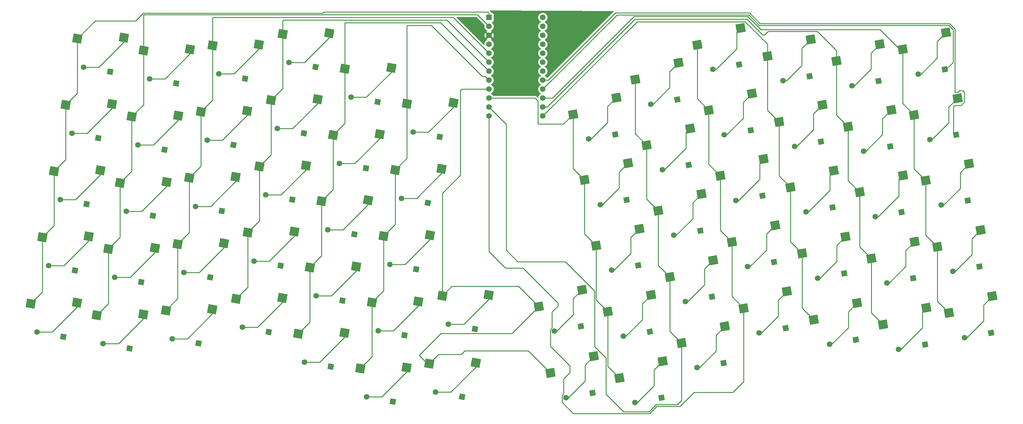
<source format=gbl>
%TF.GenerationSoftware,KiCad,Pcbnew,(6.0.8)*%
%TF.CreationDate,2023-03-16T04:40:49+07:00*%
%TF.ProjectId,test,74657374-2e6b-4696-9361-645f70636258,rev?*%
%TF.SameCoordinates,Original*%
%TF.FileFunction,Copper,L2,Bot*%
%TF.FilePolarity,Positive*%
%FSLAX46Y46*%
G04 Gerber Fmt 4.6, Leading zero omitted, Abs format (unit mm)*
G04 Created by KiCad (PCBNEW (6.0.8)) date 2023-03-16 04:40:49*
%MOMM*%
%LPD*%
G01*
G04 APERTURE LIST*
G04 Aperture macros list*
%AMHorizOval*
0 Thick line with rounded ends*
0 $1 width*
0 $2 $3 position (X,Y) of the first rounded end (center of the circle)*
0 $4 $5 position (X,Y) of the second rounded end (center of the circle)*
0 Add line between two ends*
20,1,$1,$2,$3,$4,$5,0*
0 Add two circle primitives to create the rounded ends*
1,1,$1,$2,$3*
1,1,$1,$4,$5*%
%AMRotRect*
0 Rectangle, with rotation*
0 The origin of the aperture is its center*
0 $1 length*
0 $2 width*
0 $3 Rotation angle, in degrees counterclockwise*
0 Add horizontal line*
21,1,$1,$2,0,0,$3*%
G04 Aperture macros list end*
%TA.AperFunction,SMDPad,CuDef*%
%ADD10RotRect,2.550000X2.500000X10.000000*%
%TD*%
%TA.AperFunction,SMDPad,CuDef*%
%ADD11RotRect,2.550000X2.500000X350.000000*%
%TD*%
%TA.AperFunction,ComponentPad*%
%ADD12R,1.600000X1.600000*%
%TD*%
%TA.AperFunction,ComponentPad*%
%ADD13C,1.600000*%
%TD*%
%TA.AperFunction,ComponentPad*%
%ADD14RotRect,1.600000X1.600000X190.000000*%
%TD*%
%TA.AperFunction,ComponentPad*%
%ADD15HorizOval,1.600000X0.000000X0.000000X0.000000X0.000000X0*%
%TD*%
%TA.AperFunction,ComponentPad*%
%ADD16RotRect,1.600000X1.600000X170.000000*%
%TD*%
%TA.AperFunction,ComponentPad*%
%ADD17HorizOval,1.600000X0.000000X0.000000X0.000000X0.000000X0*%
%TD*%
%TA.AperFunction,Conductor*%
%ADD18C,0.250000*%
%TD*%
G04 APERTURE END LIST*
D10*
%TO.P,SW61,1,1*%
%TO.N,COL 9*%
X462322957Y-337183473D03*
%TO.P,SW61,2,2*%
%TO.N,Net-(D61-Pad2)*%
X474612500Y-332437311D03*
%TD*%
%TO.P,SW58,1,1*%
%TO.N,COL 6*%
X407529793Y-355549730D03*
%TO.P,SW58,2,2*%
%TO.N,Net-(D58-Pad2)*%
X419819336Y-350803568D03*
%TD*%
D11*
%TO.P,SW39,1,1*%
%TO.N,COL 0*%
X263413706Y-317085699D03*
%TO.P,SW39,2,2*%
%TO.N,Net-(D39-Pad2)*%
X276585383Y-316829037D03*
%TD*%
D10*
%TO.P,SW34,1,1*%
%TO.N,COL 8*%
X438104173Y-309536502D03*
%TO.P,SW34,2,2*%
%TO.N,Net-(D34-Pad2)*%
X450393716Y-304790340D03*
%TD*%
D11*
%TO.P,SW1,1,1*%
%TO.N,COL 0*%
X273337699Y-260803936D03*
%TO.P,SW1,2,2*%
%TO.N,Net-(D1-Pad2)*%
X286509376Y-260547274D03*
%TD*%
D10*
%TO.P,SW11,1,1*%
%TO.N,COL 11*%
X488663100Y-267156692D03*
%TO.P,SW11,2,2*%
%TO.N,Net-(D11-Pad2)*%
X500952643Y-262410530D03*
%TD*%
%TO.P,SW25,1,1*%
%TO.N,COL 12*%
X510698606Y-282421676D03*
%TO.P,SW25,2,2*%
%TO.N,Net-(D25-Pad2)*%
X522988149Y-277675514D03*
%TD*%
D11*
%TO.P,SW30,1,1*%
%TO.N,COL 4*%
X342591054Y-306866956D03*
%TO.P,SW30,2,2*%
%TO.N,Net-(D30-Pad2)*%
X355762731Y-306610294D03*
%TD*%
D10*
%TO.P,SW10,1,1*%
%TO.N,COL 10*%
X469075513Y-265774542D03*
%TO.P,SW10,2,2*%
%TO.N,Net-(D10-Pad2)*%
X481365056Y-261028380D03*
%TD*%
D11*
%TO.P,SW56,1,1*%
%TO.N,COL 4*%
X335975059Y-344388130D03*
%TO.P,SW56,2,2*%
%TO.N,Net-(D56-Pad2)*%
X349146736Y-344131468D03*
%TD*%
D12*
%TO.P,U1,1,TX*%
%TO.N,COL 0*%
X390130000Y-254780000D03*
D13*
%TO.P,U1,2,RX*%
%TO.N,COL 1*%
X390130000Y-257320000D03*
%TO.P,U1,3,GND*%
%TO.N,GND*%
X390130000Y-259860000D03*
%TO.P,U1,4,GND*%
%TO.N,unconnected-(U1-Pad4)*%
X390130000Y-262400000D03*
%TO.P,U1,5,SDA*%
%TO.N,COL 2*%
X390130000Y-264940000D03*
%TO.P,U1,6,SCL*%
%TO.N,COL 3*%
X390130000Y-267480000D03*
%TO.P,U1,7,D4*%
%TO.N,COL 4*%
X390130000Y-270020000D03*
%TO.P,U1,8,C6*%
%TO.N,COL 5*%
X390130000Y-272560000D03*
%TO.P,U1,9,D7*%
%TO.N,COL 6*%
X390130000Y-275100000D03*
%TO.P,U1,10,E6*%
%TO.N,COL 7*%
X390130000Y-277640000D03*
%TO.P,U1,11,B4*%
%TO.N,COL 8*%
X390130000Y-280180000D03*
%TO.P,U1,12,B5*%
%TO.N,COL 9*%
X390130000Y-282720000D03*
%TO.P,U1,13,B6*%
%TO.N,COL 10*%
X405370000Y-282720000D03*
%TO.P,U1,14,B2*%
%TO.N,COL 11*%
X405370000Y-280180000D03*
%TO.P,U1,15,B3*%
%TO.N,COL 12*%
X405370000Y-277640000D03*
%TO.P,U1,16,B1*%
%TO.N,ROW 0*%
X405370000Y-275100000D03*
%TO.P,U1,17,F7*%
%TO.N,ROW 1*%
X405370000Y-272560000D03*
%TO.P,U1,18,F6*%
%TO.N,ROW 2*%
X405370000Y-270020000D03*
%TO.P,U1,19,F5*%
%TO.N,ROW 3*%
X405370000Y-267480000D03*
%TO.P,U1,20,F4*%
%TO.N,ROW 4*%
X405370000Y-264940000D03*
%TO.P,U1,21,VCC*%
%TO.N,unconnected-(U1-Pad21)*%
X405370000Y-262400000D03*
%TO.P,U1,22,RST*%
%TO.N,unconnected-(U1-Pad22)*%
X405370000Y-259860000D03*
%TO.P,U1,23,GND*%
%TO.N,unconnected-(U1-Pad23)*%
X405370000Y-257320000D03*
%TO.P,U1,24,RAW*%
%TO.N,unconnected-(U1-Pad24)*%
X405370000Y-254780000D03*
%TD*%
D10*
%TO.P,SW23,1,1*%
%TO.N,COL 10*%
X472350431Y-284347524D03*
%TO.P,SW23,2,2*%
%TO.N,Net-(D23-Pad2)*%
X484639974Y-279601362D03*
%TD*%
%TO.P,SW8,1,1*%
%TO.N,COL 8*%
X431554338Y-272390538D03*
%TO.P,SW8,2,2*%
%TO.N,Net-(D8-Pad2)*%
X443843881Y-267644376D03*
%TD*%
%TO.P,SW60,1,1*%
%TO.N,COL 8*%
X444720169Y-347057676D03*
%TO.P,SW60,2,2*%
%TO.N,Net-(D60-Pad2)*%
X457009712Y-342311514D03*
%TD*%
D11*
%TO.P,SW41,1,1*%
%TO.N,COL 2*%
X301761881Y-319011548D03*
%TO.P,SW41,2,2*%
%TO.N,Net-(D41-Pad2)*%
X314933558Y-318754886D03*
%TD*%
D10*
%TO.P,SW59,1,1*%
%TO.N,COL 7*%
X427117380Y-356931880D03*
%TO.P,SW59,2,2*%
%TO.N,Net-(D59-Pad2)*%
X439406923Y-352185718D03*
%TD*%
%TO.P,SW22,1,1*%
%TO.N,COL 9*%
X452432044Y-281089316D03*
%TO.P,SW22,2,2*%
%TO.N,Net-(D22-Pad2)*%
X464721587Y-276343154D03*
%TD*%
%TO.P,SW36,1,1*%
%TO.N,COL 10*%
X475625349Y-302920506D03*
%TO.P,SW36,2,2*%
%TO.N,Net-(D36-Pad2)*%
X487914892Y-298174344D03*
%TD*%
%TO.P,SW49,1,1*%
%TO.N,COL 10*%
X478933346Y-321681093D03*
%TO.P,SW49,2,2*%
%TO.N,Net-(D49-Pad2)*%
X491222889Y-316934931D03*
%TD*%
D11*
%TO.P,SW43,1,1*%
%TO.N,COL 4*%
X339283056Y-325627544D03*
%TO.P,SW43,2,2*%
%TO.N,Net-(D43-Pad2)*%
X352454733Y-325370882D03*
%TD*%
%TO.P,SW4,1,1*%
%TO.N,COL 3*%
X331604261Y-259471577D03*
%TO.P,SW4,2,2*%
%TO.N,Net-(D4-Pad2)*%
X344775938Y-259214915D03*
%TD*%
%TO.P,SW26,1,1*%
%TO.N,COL 0*%
X266721704Y-298325112D03*
%TO.P,SW26,2,2*%
%TO.N,Net-(D26-Pad2)*%
X279893381Y-298068450D03*
%TD*%
D10*
%TO.P,SW33,1,1*%
%TO.N,COL 7*%
X420501385Y-319410705D03*
%TO.P,SW33,2,2*%
%TO.N,Net-(D33-Pad2)*%
X432790928Y-314664543D03*
%TD*%
%TO.P,SW62,1,1*%
%TO.N,COL 10*%
X482241344Y-340441680D03*
%TO.P,SW62,2,2*%
%TO.N,Net-(D62-Pad2)*%
X494530887Y-335695518D03*
%TD*%
D11*
%TO.P,SW29,1,1*%
%TO.N,COL 3*%
X324988265Y-296992752D03*
%TO.P,SW29,2,2*%
%TO.N,Net-(D29-Pad2)*%
X338159942Y-296736090D03*
%TD*%
D10*
%TO.P,SW64,1,1*%
%TO.N,COL 12*%
X520589519Y-338515832D03*
%TO.P,SW64,2,2*%
%TO.N,Net-(D64-Pad2)*%
X532879062Y-333769670D03*
%TD*%
%TO.P,SW47,1,1*%
%TO.N,COL 8*%
X441412171Y-328297088D03*
%TO.P,SW47,2,2*%
%TO.N,Net-(D47-Pad2)*%
X453701714Y-323550926D03*
%TD*%
D11*
%TO.P,SW55,1,1*%
%TO.N,COL 3*%
X318372270Y-334513927D03*
%TO.P,SW55,2,2*%
%TO.N,Net-(D55-Pad2)*%
X331543947Y-334257265D03*
%TD*%
%TO.P,SW40,1,1*%
%TO.N,COL 1*%
X282174294Y-320393697D03*
%TO.P,SW40,2,2*%
%TO.N,Net-(D40-Pad2)*%
X295345971Y-320137035D03*
%TD*%
D10*
%TO.P,SW37,1,1*%
%TO.N,COL 11*%
X495212936Y-304302655D03*
%TO.P,SW37,2,2*%
%TO.N,Net-(D37-Pad2)*%
X507502479Y-299556493D03*
%TD*%
D11*
%TO.P,SW27,1,1*%
%TO.N,COL 1*%
X285482291Y-301633110D03*
%TO.P,SW27,2,2*%
%TO.N,Net-(D27-Pad2)*%
X298653968Y-301376448D03*
%TD*%
%TO.P,SW3,1,1*%
%TO.N,COL 2*%
X311685874Y-262729785D03*
%TO.P,SW3,2,2*%
%TO.N,Net-(D3-Pad2)*%
X324857551Y-262473123D03*
%TD*%
D10*
%TO.P,SW35,1,1*%
%TO.N,COL 9*%
X455706962Y-299662298D03*
%TO.P,SW35,2,2*%
%TO.N,Net-(D35-Pad2)*%
X467996505Y-294916136D03*
%TD*%
%TO.P,SW46,1,1*%
%TO.N,COL 7*%
X423809383Y-338171292D03*
%TO.P,SW46,2,2*%
%TO.N,Net-(D46-Pad2)*%
X436098926Y-333425130D03*
%TD*%
D11*
%TO.P,SW15,1,1*%
%TO.N,COL 2*%
X308377876Y-281490373D03*
%TO.P,SW15,2,2*%
%TO.N,Net-(D15-Pad2)*%
X321549553Y-281233711D03*
%TD*%
D10*
%TO.P,SW38,1,1*%
%TO.N,COL 12*%
X513973524Y-300994657D03*
%TO.P,SW38,2,2*%
%TO.N,Net-(D38-Pad2)*%
X526263067Y-296248495D03*
%TD*%
D11*
%TO.P,SW6,1,1*%
%TO.N,COL 5*%
X366809838Y-279219984D03*
%TO.P,SW6,2,2*%
%TO.N,Net-(D6-Pad2)*%
X379981515Y-278963322D03*
%TD*%
D10*
%TO.P,SW63,1,1*%
%TO.N,COL 11*%
X501828931Y-341823830D03*
%TO.P,SW63,2,2*%
%TO.N,Net-(D63-Pad2)*%
X514118474Y-337077668D03*
%TD*%
%TO.P,SW32,1,1*%
%TO.N,COL 6*%
X404205255Y-336695340D03*
%TO.P,SW32,2,2*%
%TO.N,Net-(D32-Pad2)*%
X416494798Y-331949178D03*
%TD*%
D11*
%TO.P,SW57,1,1*%
%TO.N,COL 5*%
X353577847Y-354262334D03*
%TO.P,SW57,2,2*%
%TO.N,Net-(D57-Pad2)*%
X366749524Y-354005672D03*
%TD*%
%TO.P,SW44,1,1*%
%TO.N,COL 5*%
X356885845Y-335501747D03*
%TO.P,SW44,2,2*%
%TO.N,Net-(D44-Pad2)*%
X370057522Y-335245085D03*
%TD*%
%TO.P,SW52,1,1*%
%TO.N,COL 0*%
X260105708Y-335846286D03*
%TO.P,SW52,2,2*%
%TO.N,Net-(D52-Pad2)*%
X273277385Y-335589624D03*
%TD*%
D10*
%TO.P,SW24,1,1*%
%TO.N,COL 11*%
X491938018Y-285729673D03*
%TO.P,SW24,2,2*%
%TO.N,Net-(D24-Pad2)*%
X504227561Y-280983511D03*
%TD*%
D11*
%TO.P,SW19,1,1*%
%TO.N,COL 6*%
X376845619Y-333675478D03*
%TO.P,SW19,2,2*%
%TO.N,Net-(D19-Pad2)*%
X390017296Y-333418816D03*
%TD*%
%TO.P,SW2,1,1*%
%TO.N,COL 1*%
X292098287Y-264111934D03*
%TO.P,SW2,2,2*%
%TO.N,Net-(D2-Pad2)*%
X305269964Y-263855272D03*
%TD*%
%TO.P,SW18,1,1*%
%TO.N,COL 5*%
X363501840Y-297980572D03*
%TO.P,SW18,2,2*%
%TO.N,Net-(D18-Pad2)*%
X376673517Y-297723910D03*
%TD*%
%TO.P,SW16,1,1*%
%TO.N,COL 3*%
X328296263Y-278232165D03*
%TO.P,SW16,2,2*%
%TO.N,Net-(D16-Pad2)*%
X341467940Y-277975503D03*
%TD*%
D10*
%TO.P,SW48,1,1*%
%TO.N,COL 9*%
X459014959Y-318422885D03*
%TO.P,SW48,2,2*%
%TO.N,Net-(D48-Pad2)*%
X471304502Y-313676723D03*
%TD*%
D11*
%TO.P,SW14,1,1*%
%TO.N,COL 1*%
X288790289Y-282872522D03*
%TO.P,SW14,2,2*%
%TO.N,Net-(D14-Pad2)*%
X301961966Y-282615860D03*
%TD*%
%TO.P,SW53,1,1*%
%TO.N,COL 1*%
X278866296Y-339154284D03*
%TO.P,SW53,2,2*%
%TO.N,Net-(D53-Pad2)*%
X292037973Y-338897622D03*
%TD*%
D10*
%TO.P,SW12,1,1*%
%TO.N,COL 12*%
X507423688Y-263848694D03*
%TO.P,SW12,2,2*%
%TO.N,Net-(D12-Pad2)*%
X519713231Y-259102532D03*
%TD*%
D11*
%TO.P,SW54,1,1*%
%TO.N,COL 2*%
X298453883Y-337772135D03*
%TO.P,SW54,2,2*%
%TO.N,Net-(D54-Pad2)*%
X311625560Y-337515473D03*
%TD*%
D10*
%TO.P,SW20,1,1*%
%TO.N,COL 7*%
X417226467Y-300837723D03*
%TO.P,SW20,2,2*%
%TO.N,Net-(D20-Pad2)*%
X429516010Y-296091561D03*
%TD*%
D11*
%TO.P,SW5,1,1*%
%TO.N,COL 4*%
X349207050Y-269345781D03*
%TO.P,SW5,2,2*%
%TO.N,Net-(D5-Pad2)*%
X362378727Y-269089119D03*
%TD*%
%TO.P,SW17,1,1*%
%TO.N,COL 4*%
X345899052Y-288106368D03*
%TO.P,SW17,2,2*%
%TO.N,Net-(D17-Pad2)*%
X359070729Y-287849706D03*
%TD*%
%TO.P,SW28,1,1*%
%TO.N,COL 2*%
X305069879Y-300250960D03*
%TO.P,SW28,2,2*%
%TO.N,Net-(D28-Pad2)*%
X318241556Y-299994298D03*
%TD*%
D10*
%TO.P,SW7,1,1*%
%TO.N,COL 7*%
X413951549Y-282264741D03*
%TO.P,SW7,2,2*%
%TO.N,Net-(D7-Pad2)*%
X426241092Y-277518579D03*
%TD*%
D11*
%TO.P,SW45,1,1*%
%TO.N,COL 6*%
X373165434Y-352880185D03*
%TO.P,SW45,2,2*%
%TO.N,Net-(D45-Pad2)*%
X386337111Y-352623523D03*
%TD*%
D10*
%TO.P,SW9,1,1*%
%TO.N,COL 9*%
X449157126Y-262516335D03*
%TO.P,SW9,2,2*%
%TO.N,Net-(D9-Pad2)*%
X461446669Y-257770173D03*
%TD*%
D11*
%TO.P,SW13,1,1*%
%TO.N,COL 0*%
X270029701Y-279564524D03*
%TO.P,SW13,2,2*%
%TO.N,Net-(D13-Pad2)*%
X283201378Y-279307862D03*
%TD*%
D10*
%TO.P,SW21,1,1*%
%TO.N,COL 8*%
X434829256Y-290963520D03*
%TO.P,SW21,2,2*%
%TO.N,Net-(D21-Pad2)*%
X447118799Y-286217358D03*
%TD*%
%TO.P,SW51,1,1*%
%TO.N,COL 12*%
X517281521Y-319755244D03*
%TO.P,SW51,2,2*%
%TO.N,Net-(D51-Pad2)*%
X529571064Y-315009082D03*
%TD*%
D11*
%TO.P,SW42,1,1*%
%TO.N,COL 3*%
X321680268Y-315753340D03*
%TO.P,SW42,2,2*%
%TO.N,Net-(D42-Pad2)*%
X334851945Y-315496678D03*
%TD*%
D10*
%TO.P,SW50,1,1*%
%TO.N,COL 11*%
X498520934Y-323063242D03*
%TO.P,SW50,2,2*%
%TO.N,Net-(D50-Pad2)*%
X510810477Y-318317080D03*
%TD*%
D11*
%TO.P,SW31,1,1*%
%TO.N,COL 5*%
X360193842Y-316741159D03*
%TO.P,SW31,2,2*%
%TO.N,Net-(D31-Pad2)*%
X373365519Y-316484497D03*
%TD*%
D14*
%TO.P,D48,1,K*%
%TO.N,ROW 3*%
X470940916Y-324065183D03*
D15*
%TO.P,D48,2,A*%
%TO.N,Net-(D48-Pad2)*%
X463436681Y-325388382D03*
%TD*%
D14*
%TO.P,D32,1,K*%
%TO.N,ROW 2*%
X416131212Y-342337638D03*
D15*
%TO.P,D32,2,A*%
%TO.N,Net-(D32-Pad2)*%
X408626977Y-343660837D03*
%TD*%
D16*
%TO.P,D55,1,K*%
%TO.N,ROW 4*%
X327649225Y-343894871D03*
D17*
%TO.P,D55,2,A*%
%TO.N,Net-(D55-Pad2)*%
X320144990Y-342571672D03*
%TD*%
D16*
%TO.P,D17,1,K*%
%TO.N,ROW 1*%
X355176006Y-297487312D03*
D17*
%TO.P,D17,2,A*%
%TO.N,Net-(D17-Pad2)*%
X347671771Y-296164113D03*
%TD*%
D14*
%TO.P,D22,1,K*%
%TO.N,ROW 1*%
X464358001Y-286731614D03*
D15*
%TO.P,D22,2,A*%
%TO.N,Net-(D22-Pad2)*%
X456853766Y-288054813D03*
%TD*%
D16*
%TO.P,D57,1,K*%
%TO.N,ROW 4*%
X362854801Y-363643278D03*
D17*
%TO.P,D57,2,A*%
%TO.N,Net-(D57-Pad2)*%
X355350566Y-362320079D03*
%TD*%
D16*
%TO.P,D14,1,K*%
%TO.N,ROW 1*%
X298067244Y-292253466D03*
D17*
%TO.P,D14,2,A*%
%TO.N,Net-(D14-Pad2)*%
X290563009Y-290930267D03*
%TD*%
D16*
%TO.P,D18,1,K*%
%TO.N,ROW 1*%
X372778795Y-307361515D03*
D17*
%TO.P,D18,2,A*%
%TO.N,Net-(D18-Pad2)*%
X365274560Y-306038316D03*
%TD*%
D14*
%TO.P,D58,1,K*%
%TO.N,ROW 4*%
X419455750Y-361192029D03*
D15*
%TO.P,D58,2,A*%
%TO.N,Net-(D58-Pad2)*%
X411951515Y-362515228D03*
%TD*%
D16*
%TO.P,D19,1,K*%
%TO.N,ROW 1*%
X386122573Y-343056422D03*
D17*
%TO.P,D19,2,A*%
%TO.N,Net-(D19-Pad2)*%
X378618338Y-341733223D03*
%TD*%
D14*
%TO.P,D46,1,K*%
%TO.N,ROW 3*%
X435735339Y-343813590D03*
D15*
%TO.P,D46,2,A*%
%TO.N,Net-(D46-Pad2)*%
X428231104Y-345136789D03*
%TD*%
D16*
%TO.P,D41,1,K*%
%TO.N,ROW 3*%
X311038835Y-328392492D03*
D17*
%TO.P,D41,2,A*%
%TO.N,Net-(D41-Pad2)*%
X303534600Y-327069293D03*
%TD*%
D14*
%TO.P,D60,1,K*%
%TO.N,ROW 4*%
X456646125Y-352699974D03*
D15*
%TO.P,D60,2,A*%
%TO.N,Net-(D60-Pad2)*%
X449141890Y-354023173D03*
%TD*%
D14*
%TO.P,D47,1,K*%
%TO.N,ROW 3*%
X453338128Y-333939386D03*
D15*
%TO.P,D47,2,A*%
%TO.N,Net-(D47-Pad2)*%
X445833893Y-335262585D03*
%TD*%
D14*
%TO.P,D59,1,K*%
%TO.N,ROW 4*%
X439043337Y-362574178D03*
D15*
%TO.P,D59,2,A*%
%TO.N,Net-(D59-Pad2)*%
X431539102Y-363897377D03*
%TD*%
D14*
%TO.P,D51,1,K*%
%TO.N,ROW 3*%
X529207478Y-325397542D03*
D15*
%TO.P,D51,2,A*%
%TO.N,Net-(D51-Pad2)*%
X521703243Y-326720741D03*
%TD*%
D16*
%TO.P,D45,1,K*%
%TO.N,ROW 3*%
X382442389Y-362261128D03*
D17*
%TO.P,D45,2,A*%
%TO.N,Net-(D45-Pad2)*%
X374938154Y-360937929D03*
%TD*%
D14*
%TO.P,D49,1,K*%
%TO.N,ROW 3*%
X490859303Y-327323391D03*
D15*
%TO.P,D49,2,A*%
%TO.N,Net-(D49-Pad2)*%
X483355068Y-328646590D03*
%TD*%
D14*
%TO.P,D35,1,K*%
%TO.N,ROW 2*%
X467632919Y-305304596D03*
D15*
%TO.P,D35,2,A*%
%TO.N,Net-(D35-Pad2)*%
X460128684Y-306627795D03*
%TD*%
D14*
%TO.P,D50,1,K*%
%TO.N,ROW 3*%
X510446890Y-328705540D03*
D15*
%TO.P,D50,2,A*%
%TO.N,Net-(D50-Pad2)*%
X502942655Y-330028739D03*
%TD*%
D16*
%TO.P,D31,1,K*%
%TO.N,ROW 2*%
X369470797Y-326122103D03*
D17*
%TO.P,D31,2,A*%
%TO.N,Net-(D31-Pad2)*%
X361966562Y-324798904D03*
%TD*%
D14*
%TO.P,D37,1,K*%
%TO.N,ROW 2*%
X507138893Y-309944953D03*
D15*
%TO.P,D37,2,A*%
%TO.N,Net-(D37-Pad2)*%
X499634658Y-311268152D03*
%TD*%
D16*
%TO.P,D2,1,K*%
%TO.N,ROW 0*%
X301375241Y-273492878D03*
D17*
%TO.P,D2,2,A*%
%TO.N,Net-(D2-Pad2)*%
X293871006Y-272169679D03*
%TD*%
D14*
%TO.P,D12,1,K*%
%TO.N,ROW 0*%
X519349645Y-269490992D03*
D15*
%TO.P,D12,2,A*%
%TO.N,Net-(D12-Pad2)*%
X511845410Y-270814191D03*
%TD*%
D14*
%TO.P,D63,1,K*%
%TO.N,ROW 4*%
X513754888Y-347466128D03*
D15*
%TO.P,D63,2,A*%
%TO.N,Net-(D63-Pad2)*%
X506250653Y-348789327D03*
%TD*%
D14*
%TO.P,D20,1,K*%
%TO.N,ROW 1*%
X429152424Y-306480021D03*
D15*
%TO.P,D20,2,A*%
%TO.N,Net-(D20-Pad2)*%
X421648189Y-307803220D03*
%TD*%
D14*
%TO.P,D24,1,K*%
%TO.N,ROW 1*%
X503863975Y-291371972D03*
D15*
%TO.P,D24,2,A*%
%TO.N,Net-(D24-Pad2)*%
X496359740Y-292695171D03*
%TD*%
D16*
%TO.P,D27,1,K*%
%TO.N,ROW 2*%
X294759246Y-311014053D03*
D17*
%TO.P,D27,2,A*%
%TO.N,Net-(D27-Pad2)*%
X287255011Y-309690854D03*
%TD*%
D16*
%TO.P,D52,1,K*%
%TO.N,ROW 4*%
X269382663Y-345227230D03*
D17*
%TO.P,D52,2,A*%
%TO.N,Net-(D52-Pad2)*%
X261878428Y-343904031D03*
%TD*%
D14*
%TO.P,D9,1,K*%
%TO.N,ROW 0*%
X461083083Y-268158633D03*
D15*
%TO.P,D9,2,A*%
%TO.N,Net-(D9-Pad2)*%
X453578848Y-269481832D03*
%TD*%
D16*
%TO.P,D3,1,K*%
%TO.N,ROW 0*%
X320962829Y-272110729D03*
D17*
%TO.P,D3,2,A*%
%TO.N,Net-(D3-Pad2)*%
X313458594Y-270787530D03*
%TD*%
D14*
%TO.P,D25,1,K*%
%TO.N,ROW 1*%
X522624562Y-288063974D03*
D15*
%TO.P,D25,2,A*%
%TO.N,Net-(D25-Pad2)*%
X515120327Y-289387173D03*
%TD*%
D14*
%TO.P,D33,1,K*%
%TO.N,ROW 2*%
X432427342Y-325053003D03*
D15*
%TO.P,D33,2,A*%
%TO.N,Net-(D33-Pad2)*%
X424923107Y-326376202D03*
%TD*%
D16*
%TO.P,D15,1,K*%
%TO.N,ROW 1*%
X317654831Y-290871316D03*
D17*
%TO.P,D15,2,A*%
%TO.N,Net-(D15-Pad2)*%
X310150596Y-289548117D03*
%TD*%
D16*
%TO.P,D28,1,K*%
%TO.N,ROW 2*%
X314346833Y-309631904D03*
D17*
%TO.P,D28,2,A*%
%TO.N,Net-(D28-Pad2)*%
X306842598Y-308308705D03*
%TD*%
D16*
%TO.P,D29,1,K*%
%TO.N,ROW 2*%
X334265220Y-306373696D03*
D17*
%TO.P,D29,2,A*%
%TO.N,Net-(D29-Pad2)*%
X326760985Y-305050497D03*
%TD*%
D14*
%TO.P,D38,1,K*%
%TO.N,ROW 2*%
X525899480Y-306636956D03*
D15*
%TO.P,D38,2,A*%
%TO.N,Net-(D38-Pad2)*%
X518395245Y-307960155D03*
%TD*%
D14*
%TO.P,D23,1,K*%
%TO.N,ROW 1*%
X484276388Y-289989822D03*
D15*
%TO.P,D23,2,A*%
%TO.N,Net-(D23-Pad2)*%
X476772153Y-291313021D03*
%TD*%
D14*
%TO.P,D11,1,K*%
%TO.N,ROW 0*%
X500589057Y-272798990D03*
D15*
%TO.P,D11,2,A*%
%TO.N,Net-(D11-Pad2)*%
X493084822Y-274122189D03*
%TD*%
D16*
%TO.P,D6,1,K*%
%TO.N,ROW 0*%
X376086792Y-288600928D03*
D17*
%TO.P,D6,2,A*%
%TO.N,Net-(D6-Pad2)*%
X368582557Y-287277729D03*
%TD*%
D16*
%TO.P,D39,1,K*%
%TO.N,ROW 3*%
X272690660Y-326466643D03*
D17*
%TO.P,D39,2,A*%
%TO.N,Net-(D39-Pad2)*%
X265186425Y-325143444D03*
%TD*%
D14*
%TO.P,D64,1,K*%
%TO.N,ROW 4*%
X532515476Y-344158130D03*
D15*
%TO.P,D64,2,A*%
%TO.N,Net-(D64-Pad2)*%
X525011241Y-345481329D03*
%TD*%
D14*
%TO.P,D62,1,K*%
%TO.N,ROW 4*%
X494167301Y-346083979D03*
D15*
%TO.P,D62,2,A*%
%TO.N,Net-(D62-Pad2)*%
X486663066Y-347407178D03*
%TD*%
D16*
%TO.P,D40,1,K*%
%TO.N,ROW 3*%
X291451248Y-329774641D03*
D17*
%TO.P,D40,2,A*%
%TO.N,Net-(D40-Pad2)*%
X283947013Y-328451442D03*
%TD*%
D14*
%TO.P,D36,1,K*%
%TO.N,ROW 2*%
X487551305Y-308562804D03*
D15*
%TO.P,D36,2,A*%
%TO.N,Net-(D36-Pad2)*%
X480047070Y-309886003D03*
%TD*%
D16*
%TO.P,D16,1,K*%
%TO.N,ROW 1*%
X337573218Y-287613109D03*
D17*
%TO.P,D16,2,A*%
%TO.N,Net-(D16-Pad2)*%
X330068983Y-286289910D03*
%TD*%
D14*
%TO.P,D8,1,K*%
%TO.N,ROW 0*%
X443480294Y-278032836D03*
D15*
%TO.P,D8,2,A*%
%TO.N,Net-(D8-Pad2)*%
X435976059Y-279356035D03*
%TD*%
D14*
%TO.P,D10,1,K*%
%TO.N,ROW 0*%
X481001470Y-271416841D03*
D15*
%TO.P,D10,2,A*%
%TO.N,Net-(D10-Pad2)*%
X473497235Y-272740040D03*
%TD*%
D16*
%TO.P,D42,1,K*%
%TO.N,ROW 3*%
X330957222Y-325134284D03*
D17*
%TO.P,D42,2,A*%
%TO.N,Net-(D42-Pad2)*%
X323452987Y-323811085D03*
%TD*%
D16*
%TO.P,D44,1,K*%
%TO.N,ROW 3*%
X366162799Y-344882691D03*
D17*
%TO.P,D44,2,A*%
%TO.N,Net-(D44-Pad2)*%
X358658564Y-343559492D03*
%TD*%
D16*
%TO.P,D5,1,K*%
%TO.N,ROW 0*%
X358484004Y-278726724D03*
D17*
%TO.P,D5,2,A*%
%TO.N,Net-(D5-Pad2)*%
X350979769Y-277403525D03*
%TD*%
D16*
%TO.P,D26,1,K*%
%TO.N,ROW 2*%
X275998658Y-307706055D03*
D17*
%TO.P,D26,2,A*%
%TO.N,Net-(D26-Pad2)*%
X268494423Y-306382856D03*
%TD*%
D16*
%TO.P,D30,1,K*%
%TO.N,ROW 2*%
X351868008Y-316247900D03*
D17*
%TO.P,D30,2,A*%
%TO.N,Net-(D30-Pad2)*%
X344363773Y-314924701D03*
%TD*%
D14*
%TO.P,D21,1,K*%
%TO.N,ROW 1*%
X446755212Y-296605818D03*
D15*
%TO.P,D21,2,A*%
%TO.N,Net-(D21-Pad2)*%
X439250977Y-297929017D03*
%TD*%
D14*
%TO.P,D61,1,K*%
%TO.N,ROW 4*%
X474248914Y-342825771D03*
D15*
%TO.P,D61,2,A*%
%TO.N,Net-(D61-Pad2)*%
X466744679Y-344148970D03*
%TD*%
D16*
%TO.P,D43,1,K*%
%TO.N,ROW 3*%
X348560011Y-335008487D03*
D17*
%TO.P,D43,2,A*%
%TO.N,Net-(D43-Pad2)*%
X341055776Y-333685288D03*
%TD*%
D14*
%TO.P,D34,1,K*%
%TO.N,ROW 2*%
X450030130Y-315178800D03*
D15*
%TO.P,D34,2,A*%
%TO.N,Net-(D34-Pad2)*%
X442525895Y-316501999D03*
%TD*%
D16*
%TO.P,D4,1,K*%
%TO.N,ROW 0*%
X340881215Y-268852521D03*
D17*
%TO.P,D4,2,A*%
%TO.N,Net-(D4-Pad2)*%
X333376980Y-267529322D03*
%TD*%
D14*
%TO.P,D7,1,K*%
%TO.N,ROW 0*%
X425877506Y-287907040D03*
D15*
%TO.P,D7,2,A*%
%TO.N,Net-(D7-Pad2)*%
X418373271Y-289230239D03*
%TD*%
D16*
%TO.P,D1,1,K*%
%TO.N,ROW 0*%
X282614654Y-270184880D03*
D17*
%TO.P,D1,2,A*%
%TO.N,Net-(D1-Pad2)*%
X275110419Y-268861681D03*
%TD*%
D16*
%TO.P,D54,1,K*%
%TO.N,ROW 4*%
X307730838Y-347153079D03*
D17*
%TO.P,D54,2,A*%
%TO.N,Net-(D54-Pad2)*%
X300226603Y-345829880D03*
%TD*%
D16*
%TO.P,D53,1,K*%
%TO.N,ROW 4*%
X288143250Y-348535228D03*
D17*
%TO.P,D53,2,A*%
%TO.N,Net-(D53-Pad2)*%
X280639015Y-347212029D03*
%TD*%
D16*
%TO.P,D56,1,K*%
%TO.N,ROW 4*%
X345252013Y-353769074D03*
D17*
%TO.P,D56,2,A*%
%TO.N,Net-(D56-Pad2)*%
X337747778Y-352445875D03*
%TD*%
D16*
%TO.P,D13,1,K*%
%TO.N,ROW 1*%
X279306656Y-288945468D03*
D17*
%TO.P,D13,2,A*%
%TO.N,Net-(D13-Pad2)*%
X271802421Y-287622269D03*
%TD*%
D18*
%TO.N,ROW 0*%
X519759008Y-269490992D02*
X519349645Y-269490992D01*
X463800000Y-254050000D02*
X466750000Y-257000000D01*
X521750000Y-258188700D02*
X521750000Y-267500000D01*
X521750000Y-267500000D02*
X519759008Y-269490992D01*
X426420000Y-254050000D02*
X463800000Y-254050000D01*
X466750000Y-257000000D02*
X520561300Y-257000000D01*
X405370000Y-275100000D02*
X426420000Y-254050000D01*
X520561300Y-257000000D02*
X521750000Y-258188700D01*
%TO.N,Net-(D1-Pad2)*%
X279464252Y-268861681D02*
X275110419Y-268861681D01*
X286509376Y-261816557D02*
X279464252Y-268861681D01*
X286509376Y-260547274D02*
X286509376Y-261816557D01*
%TO.N,Net-(D2-Pad2)*%
X305269964Y-265124555D02*
X298224840Y-272169679D01*
X298224840Y-272169679D02*
X293871006Y-272169679D01*
X305269964Y-263855272D02*
X305269964Y-265124555D01*
%TO.N,Net-(D3-Pad2)*%
X317812427Y-270787530D02*
X313458594Y-270787530D01*
X324857551Y-263742406D02*
X317812427Y-270787530D01*
X324857551Y-262473123D02*
X324857551Y-263742406D01*
%TO.N,Net-(D4-Pad2)*%
X344775938Y-260484198D02*
X337730814Y-267529322D01*
X337730814Y-267529322D02*
X333376980Y-267529322D01*
X344775938Y-259214915D02*
X344775938Y-260484198D01*
%TO.N,Net-(D5-Pad2)*%
X362378727Y-270358402D02*
X355333604Y-277403525D01*
X362378727Y-269089119D02*
X362378727Y-270358402D01*
X355333604Y-277403525D02*
X350979769Y-277403525D01*
%TO.N,Net-(D6-Pad2)*%
X379981515Y-278963322D02*
X379981515Y-280232605D01*
X372936391Y-287277729D02*
X368582557Y-287277729D01*
X379981515Y-280232605D02*
X372936391Y-287277729D01*
%TO.N,Net-(D7-Pad2)*%
X423738879Y-280020792D02*
X423738879Y-284517087D01*
X419025727Y-289230239D02*
X418373271Y-289230239D01*
X423738879Y-284517087D02*
X419025727Y-289230239D01*
X426241092Y-277518579D02*
X423738879Y-280020792D01*
%TO.N,Net-(D8-Pad2)*%
X441341668Y-274642884D02*
X436628517Y-279356035D01*
X436628517Y-279356035D02*
X435976059Y-279356035D01*
X443843881Y-267644376D02*
X441341668Y-270146589D01*
X441341668Y-270146589D02*
X441341668Y-274642884D01*
%TO.N,Net-(D9-Pad2)*%
X454518168Y-269481832D02*
X453578848Y-269481832D01*
X461446669Y-257770173D02*
X460328377Y-258888465D01*
X460328377Y-263671623D02*
X454518168Y-269481832D01*
X460328377Y-258888465D02*
X460328377Y-263671623D01*
%TO.N,Net-(D10-Pad2)*%
X478862843Y-268387157D02*
X474509960Y-272740040D01*
X474509960Y-272740040D02*
X473497235Y-272740040D01*
X478862843Y-263530593D02*
X478862843Y-268387157D01*
X481365056Y-261028380D02*
X478862843Y-263530593D01*
%TO.N,Net-(D11-Pad2)*%
X498450430Y-264912743D02*
X498450430Y-269409038D01*
X500952643Y-262410530D02*
X498450430Y-264912743D01*
X493737279Y-274122189D02*
X493084822Y-274122189D01*
X498450430Y-269409038D02*
X493737279Y-274122189D01*
%TO.N,Net-(D12-Pad2)*%
X517211018Y-261604745D02*
X517211018Y-266288982D01*
X519713231Y-259102532D02*
X517211018Y-261604745D01*
X517211018Y-266288982D02*
X512685809Y-270814191D01*
X512685809Y-270814191D02*
X511845410Y-270814191D01*
%TO.N,ROW 1*%
X426000000Y-253500000D02*
X464000000Y-253500000D01*
X525000000Y-278750000D02*
X524000000Y-279750000D01*
X520697696Y-256500000D02*
X522250000Y-258052304D01*
X522250000Y-258052304D02*
X522250000Y-276000000D01*
X405370000Y-272560000D02*
X406940000Y-272560000D01*
X521869857Y-280130143D02*
X521869857Y-287309269D01*
X522250000Y-279750000D02*
X521869857Y-280130143D01*
X521869857Y-287309269D02*
X522624562Y-288063974D01*
X523000000Y-276000000D02*
X523500000Y-275500000D01*
X464000000Y-253500000D02*
X467000000Y-256500000D01*
X522250000Y-276000000D02*
X523000000Y-276000000D01*
X524000000Y-279750000D02*
X522250000Y-279750000D01*
X467000000Y-256500000D02*
X520697696Y-256500000D01*
X524500000Y-275500000D02*
X525000000Y-276000000D01*
X523500000Y-275500000D02*
X524500000Y-275500000D01*
X406940000Y-272560000D02*
X426000000Y-253500000D01*
X525000000Y-276000000D02*
X525000000Y-278750000D01*
%TO.N,Net-(D13-Pad2)*%
X283201378Y-279307862D02*
X283201378Y-280577145D01*
X276156254Y-287622269D02*
X271802421Y-287622269D01*
X283201378Y-280577145D02*
X276156254Y-287622269D01*
%TO.N,Net-(D14-Pad2)*%
X301961966Y-283885143D02*
X294916842Y-290930267D01*
X294916842Y-290930267D02*
X290563009Y-290930267D01*
X301961966Y-282615860D02*
X301961966Y-283885143D01*
%TO.N,Net-(D15-Pad2)*%
X321549553Y-282502994D02*
X314504430Y-289548117D01*
X321549553Y-281233711D02*
X321549553Y-282502994D01*
X314504430Y-289548117D02*
X310150596Y-289548117D01*
%TO.N,Net-(D16-Pad2)*%
X334422816Y-286289910D02*
X330068983Y-286289910D01*
X341467940Y-277975503D02*
X341467940Y-279244786D01*
X341467940Y-279244786D02*
X334422816Y-286289910D01*
%TO.N,Net-(D17-Pad2)*%
X359070729Y-287849706D02*
X359070729Y-289118989D01*
X352025605Y-296164113D02*
X347671771Y-296164113D01*
X359070729Y-289118989D02*
X352025605Y-296164113D01*
%TO.N,Net-(D18-Pad2)*%
X369628394Y-306038316D02*
X365274560Y-306038316D01*
X376673517Y-297723910D02*
X376673517Y-298993193D01*
X376673517Y-298993193D02*
X369628394Y-306038316D01*
%TO.N,Net-(D19-Pad2)*%
X382972172Y-341733223D02*
X378618338Y-341733223D01*
X390017296Y-333418816D02*
X390017296Y-334688099D01*
X390017296Y-334688099D02*
X382972172Y-341733223D01*
%TO.N,Net-(D20-Pad2)*%
X422300646Y-307803220D02*
X421648189Y-307803220D01*
X429516010Y-296091561D02*
X427013797Y-298593774D01*
X427013797Y-298593774D02*
X427013797Y-303090069D01*
X427013797Y-303090069D02*
X422300646Y-307803220D01*
%TO.N,Net-(D21-Pad2)*%
X446000507Y-287335650D02*
X446000507Y-291831945D01*
X447118799Y-286217358D02*
X446000507Y-287335650D01*
X439903435Y-297929017D02*
X439250977Y-297929017D01*
X446000507Y-291831945D02*
X439903435Y-297929017D01*
%TO.N,Net-(D22-Pad2)*%
X457506223Y-288054813D02*
X456853766Y-288054813D01*
X462219374Y-283341662D02*
X457506223Y-288054813D01*
X464721587Y-276343154D02*
X462219374Y-278845367D01*
X462219374Y-278845367D02*
X462219374Y-283341662D01*
%TO.N,Net-(D23-Pad2)*%
X484639974Y-279601362D02*
X482137761Y-282103575D01*
X482137761Y-286599870D02*
X477424610Y-291313021D01*
X477424610Y-291313021D02*
X476772153Y-291313021D01*
X482137761Y-282103575D02*
X482137761Y-286599870D01*
%TO.N,Net-(D24-Pad2)*%
X497012196Y-292695171D02*
X496359740Y-292695171D01*
X501725348Y-283485724D02*
X501725348Y-287982019D01*
X501725348Y-287982019D02*
X497012196Y-292695171D01*
X504227561Y-280983511D02*
X501725348Y-283485724D01*
%TO.N,Net-(D25-Pad2)*%
X522988149Y-277675514D02*
X520485936Y-280177727D01*
X515772785Y-289387173D02*
X515120327Y-289387173D01*
X520485936Y-284674022D02*
X515772785Y-289387173D01*
X520485936Y-280177727D02*
X520485936Y-284674022D01*
%TO.N,Net-(D26-Pad2)*%
X279893381Y-299337733D02*
X272848258Y-306382856D01*
X272848258Y-306382856D02*
X268494423Y-306382856D01*
X279893381Y-298068450D02*
X279893381Y-299337733D01*
%TO.N,Net-(D27-Pad2)*%
X298653968Y-301376448D02*
X298653968Y-302645731D01*
X298653968Y-302645731D02*
X291608845Y-309690854D01*
X291608845Y-309690854D02*
X287255011Y-309690854D01*
%TO.N,Net-(D28-Pad2)*%
X318241556Y-301263581D02*
X311196432Y-308308705D01*
X318241556Y-299994298D02*
X318241556Y-301263581D01*
X311196432Y-308308705D02*
X306842598Y-308308705D01*
%TO.N,Net-(D29-Pad2)*%
X331114818Y-305050497D02*
X326760985Y-305050497D01*
X338159942Y-296736090D02*
X338159942Y-298005373D01*
X338159942Y-298005373D02*
X331114818Y-305050497D01*
%TO.N,Net-(D30-Pad2)*%
X348717607Y-314924701D02*
X344363773Y-314924701D01*
X355762731Y-307879577D02*
X348717607Y-314924701D01*
X355762731Y-306610294D02*
X355762731Y-307879577D01*
%TO.N,Net-(D31-Pad2)*%
X373365519Y-316484497D02*
X373365519Y-317753780D01*
X366320395Y-324798904D02*
X361966562Y-324798904D01*
X373365519Y-317753780D02*
X366320395Y-324798904D01*
%TO.N,Net-(D32-Pad2)*%
X413992585Y-334451391D02*
X413992585Y-339007415D01*
X409339163Y-343660837D02*
X408626977Y-343660837D01*
X416494798Y-331949178D02*
X413992585Y-334451391D01*
X413992585Y-339007415D02*
X409339163Y-343660837D01*
%TO.N,Net-(D33-Pad2)*%
X430288715Y-317166756D02*
X430288715Y-321663051D01*
X425575564Y-326376202D02*
X424923107Y-326376202D01*
X430288715Y-321663051D02*
X425575564Y-326376202D01*
X432790928Y-314664543D02*
X430288715Y-317166756D01*
%TO.N,Net-(D34-Pad2)*%
X447891503Y-307292553D02*
X447891503Y-311788848D01*
X450393716Y-304790340D02*
X447891503Y-307292553D01*
X447891503Y-311788848D02*
X443178352Y-316501999D01*
X443178352Y-316501999D02*
X442525895Y-316501999D01*
%TO.N,Net-(D35-Pad2)*%
X466878213Y-296034428D02*
X466878213Y-300621787D01*
X466878213Y-300621787D02*
X460872205Y-306627795D01*
X460872205Y-306627795D02*
X460128684Y-306627795D01*
X467996505Y-294916136D02*
X466878213Y-296034428D01*
%TO.N,Net-(D36-Pad2)*%
X487914892Y-298174344D02*
X486796600Y-299292636D01*
X480699528Y-309886003D02*
X480047070Y-309886003D01*
X486796600Y-303788931D02*
X480699528Y-309886003D01*
X486796600Y-299292636D02*
X486796600Y-303788931D01*
%TO.N,Net-(D37-Pad2)*%
X506384187Y-305365813D02*
X500481848Y-311268152D01*
X507502479Y-299556493D02*
X506384187Y-300674785D01*
X500481848Y-311268152D02*
X499634658Y-311268152D01*
X506384187Y-300674785D02*
X506384187Y-305365813D01*
%TO.N,Net-(D38-Pad2)*%
X523760854Y-303247003D02*
X519047702Y-307960155D01*
X523760854Y-298750708D02*
X523760854Y-303247003D01*
X526263067Y-296248495D02*
X523760854Y-298750708D01*
X519047702Y-307960155D02*
X518395245Y-307960155D01*
%TO.N,Net-(D39-Pad2)*%
X276585383Y-316829037D02*
X276585383Y-318098320D01*
X269540259Y-325143444D02*
X265186425Y-325143444D01*
X276585383Y-318098320D02*
X269540259Y-325143444D01*
%TO.N,Net-(D40-Pad2)*%
X288300847Y-328451442D02*
X283947013Y-328451442D01*
X295345971Y-320137035D02*
X295345971Y-321406318D01*
X295345971Y-321406318D02*
X288300847Y-328451442D01*
%TO.N,Net-(D41-Pad2)*%
X314933558Y-320024169D02*
X307888434Y-327069293D01*
X307888434Y-327069293D02*
X303534600Y-327069293D01*
X314933558Y-318754886D02*
X314933558Y-320024169D01*
%TO.N,Net-(D42-Pad2)*%
X327806821Y-323811085D02*
X323452987Y-323811085D01*
X334851945Y-316765961D02*
X327806821Y-323811085D01*
X334851945Y-315496678D02*
X334851945Y-316765961D01*
%TO.N,Net-(D43-Pad2)*%
X352454733Y-325370882D02*
X352454733Y-326640165D01*
X352454733Y-326640165D02*
X345409610Y-333685288D01*
X345409610Y-333685288D02*
X341055776Y-333685288D01*
%TO.N,Net-(D44-Pad2)*%
X370057522Y-335245085D02*
X370057522Y-336514368D01*
X363012398Y-343559492D02*
X358658564Y-343559492D01*
X370057522Y-336514368D02*
X363012398Y-343559492D01*
%TO.N,Net-(D45-Pad2)*%
X386337111Y-353892806D02*
X379291988Y-360937929D01*
X386337111Y-352623523D02*
X386337111Y-353892806D01*
X379291988Y-360937929D02*
X374938154Y-360937929D01*
%TO.N,Net-(D46-Pad2)*%
X433596713Y-335927343D02*
X433596713Y-340423638D01*
X428883562Y-345136789D02*
X428231104Y-345136789D01*
X436098926Y-333425130D02*
X433596713Y-335927343D01*
X433596713Y-340423638D02*
X428883562Y-345136789D01*
%TO.N,Net-(D47-Pad2)*%
X451199501Y-330550499D02*
X446487415Y-335262585D01*
X453701714Y-323550926D02*
X451199501Y-326053139D01*
X451199501Y-326053139D02*
X451199501Y-330550499D01*
X446487415Y-335262585D02*
X445833893Y-335262585D01*
%TO.N,Net-(D48-Pad2)*%
X464089138Y-325388382D02*
X463436681Y-325388382D01*
X468802289Y-320675231D02*
X464089138Y-325388382D01*
X471304502Y-313676723D02*
X468802289Y-316178936D01*
X468802289Y-316178936D02*
X468802289Y-320675231D01*
%TO.N,Net-(D49-Pad2)*%
X484007525Y-328646590D02*
X483355068Y-328646590D01*
X488720676Y-323933439D02*
X484007525Y-328646590D01*
X488720676Y-319437144D02*
X488720676Y-323933439D01*
X491222889Y-316934931D02*
X488720676Y-319437144D01*
%TO.N,Net-(D50-Pad2)*%
X503595113Y-330028739D02*
X502942655Y-330028739D01*
X508308264Y-320819293D02*
X508308264Y-325315588D01*
X508308264Y-325315588D02*
X503595113Y-330028739D01*
X510810477Y-318317080D02*
X508308264Y-320819293D01*
%TO.N,Net-(D51-Pad2)*%
X527068851Y-317511295D02*
X527068851Y-322007590D01*
X522355700Y-326720741D02*
X521703243Y-326720741D01*
X529571064Y-315009082D02*
X527068851Y-317511295D01*
X527068851Y-322007590D02*
X522355700Y-326720741D01*
%TO.N,Net-(D52-Pad2)*%
X266232261Y-343904031D02*
X261878428Y-343904031D01*
X273277385Y-335589624D02*
X273277385Y-336858907D01*
X273277385Y-336858907D02*
X266232261Y-343904031D01*
%TO.N,Net-(D53-Pad2)*%
X292037973Y-340166905D02*
X284992849Y-347212029D01*
X284992849Y-347212029D02*
X280639015Y-347212029D01*
X292037973Y-338897622D02*
X292037973Y-340166905D01*
%TO.N,Net-(D54-Pad2)*%
X311625560Y-338784756D02*
X304580436Y-345829880D01*
X304580436Y-345829880D02*
X300226603Y-345829880D01*
X311625560Y-337515473D02*
X311625560Y-338784756D01*
%TO.N,Net-(D55-Pad2)*%
X331543947Y-334257265D02*
X331543947Y-335526548D01*
X331543947Y-335526548D02*
X324498823Y-342571672D01*
X324498823Y-342571672D02*
X320144990Y-342571672D01*
%TO.N,Net-(D56-Pad2)*%
X342101612Y-352445875D02*
X337747778Y-352445875D01*
X349146736Y-345400751D02*
X342101612Y-352445875D01*
X349146736Y-344131468D02*
X349146736Y-345400751D01*
%TO.N,Net-(D57-Pad2)*%
X366749524Y-355274955D02*
X359704400Y-362320079D01*
X366749524Y-354005672D02*
X366749524Y-355274955D01*
X359704400Y-362320079D02*
X355350566Y-362320079D01*
%TO.N,Net-(D58-Pad2)*%
X417317123Y-353305781D02*
X417317123Y-357802076D01*
X419819336Y-350803568D02*
X417317123Y-353305781D01*
X417317123Y-357802076D02*
X412603971Y-362515228D01*
X412603971Y-362515228D02*
X411951515Y-362515228D01*
%TO.N,Net-(D59-Pad2)*%
X439406923Y-352185718D02*
X436904710Y-354687931D01*
X432191559Y-363897377D02*
X431539102Y-363897377D01*
X436904710Y-354687931D02*
X436904710Y-359184226D01*
X436904710Y-359184226D02*
X432191559Y-363897377D01*
%TO.N,Net-(D60-Pad2)*%
X454507499Y-344813727D02*
X454507499Y-349310022D01*
X454507499Y-349310022D02*
X449794348Y-354023173D01*
X457009712Y-342311514D02*
X454507499Y-344813727D01*
X449794348Y-354023173D02*
X449141890Y-354023173D01*
%TO.N,Net-(D61-Pad2)*%
X472110287Y-334939524D02*
X472110287Y-339435819D01*
X474612500Y-332437311D02*
X472110287Y-334939524D01*
X467397136Y-344148970D02*
X466744679Y-344148970D01*
X472110287Y-339435819D02*
X467397136Y-344148970D01*
%TO.N,Net-(D62-Pad2)*%
X487315522Y-347407178D02*
X486663066Y-347407178D01*
X494530887Y-335695518D02*
X492028674Y-338197731D01*
X492028674Y-338197731D02*
X492028674Y-342694026D01*
X492028674Y-342694026D02*
X487315522Y-347407178D01*
%TO.N,Net-(D63-Pad2)*%
X514118474Y-337077668D02*
X513000182Y-338195960D01*
X513000182Y-338195960D02*
X513000182Y-342692255D01*
X513000182Y-342692255D02*
X506903110Y-348789327D01*
X506903110Y-348789327D02*
X506250653Y-348789327D01*
%TO.N,Net-(D64-Pad2)*%
X530376849Y-336271883D02*
X530376849Y-340768178D01*
X525663698Y-345481329D02*
X525011241Y-345481329D01*
X532879062Y-333769670D02*
X530376849Y-336271883D01*
X530376849Y-340768178D02*
X525663698Y-345481329D01*
%TO.N,COL 0*%
X263413706Y-332538288D02*
X260105708Y-335846286D01*
X389750000Y-253250000D02*
X343250000Y-253250000D01*
X263413706Y-317085699D02*
X263413706Y-332538288D01*
X390130000Y-254780000D02*
X390130000Y-253630000D01*
X270029701Y-279564524D02*
X270029701Y-295017115D01*
X266721704Y-313777701D02*
X263413706Y-317085699D01*
X266721704Y-298325112D02*
X266721704Y-313777701D01*
X270029701Y-295017115D02*
X266721704Y-298325112D01*
X292063604Y-253550000D02*
X289863604Y-255750000D01*
X343250000Y-253250000D02*
X342950000Y-253550000D01*
X342950000Y-253550000D02*
X292063604Y-253550000D01*
X273337699Y-260803936D02*
X273337699Y-276256526D01*
X390130000Y-253630000D02*
X389750000Y-253250000D01*
X273337699Y-276256526D02*
X270029701Y-279564524D01*
X289863604Y-255750000D02*
X278391635Y-255750000D01*
X278391635Y-255750000D02*
X273337699Y-260803936D01*
%TO.N,COL 1*%
X288790289Y-282872522D02*
X288790289Y-298325112D01*
X292250000Y-254000000D02*
X386810000Y-254000000D01*
X282174294Y-335846286D02*
X278866296Y-339154284D01*
X292098287Y-279564524D02*
X288790289Y-282872522D01*
X288790289Y-298325112D02*
X285482291Y-301633110D01*
X292098287Y-264111934D02*
X292098287Y-279564524D01*
X285482291Y-317085700D02*
X282174294Y-320393697D01*
X292098287Y-254151713D02*
X292250000Y-254000000D01*
X386810000Y-254000000D02*
X390130000Y-257320000D01*
X285482291Y-301633110D02*
X285482291Y-317085700D01*
X292098287Y-264111934D02*
X292098287Y-254151713D01*
X282174294Y-320393697D02*
X282174294Y-335846286D01*
%TO.N,COL 2*%
X311685874Y-262729785D02*
X311685874Y-278182375D01*
X308377876Y-296942963D02*
X305069879Y-300250960D01*
X311750000Y-254750000D02*
X379940000Y-254750000D01*
X305069879Y-300250960D02*
X305069879Y-315703550D01*
X308377876Y-281490373D02*
X308377876Y-296942963D01*
X301761881Y-319011548D02*
X301761881Y-334464137D01*
X379940000Y-254750000D02*
X390130000Y-264940000D01*
X311685874Y-278182375D02*
X308377876Y-281490373D01*
X301761881Y-334464137D02*
X298453883Y-337772135D01*
X305069879Y-315703550D02*
X301761881Y-319011548D01*
X311685874Y-254814126D02*
X311750000Y-254750000D01*
X311685874Y-262729785D02*
X311685874Y-254814126D01*
%TO.N,COL 3*%
X328296263Y-278232165D02*
X328296263Y-293684754D01*
X331604261Y-259471577D02*
X331604261Y-274924167D01*
X331604261Y-259471577D02*
X331604261Y-255645739D01*
X324988265Y-296992752D02*
X324988265Y-312445343D01*
X331604261Y-274924167D02*
X328296263Y-278232165D01*
X331750000Y-255500000D02*
X378150000Y-255500000D01*
X378150000Y-255500000D02*
X390130000Y-267480000D01*
X324988265Y-312445343D02*
X321680268Y-315753340D01*
X331604261Y-255645739D02*
X331750000Y-255500000D01*
X321680268Y-331205929D02*
X318372270Y-334513927D01*
X328296263Y-293684754D02*
X324988265Y-296992752D01*
X321680268Y-315753340D02*
X321680268Y-331205929D01*
%TO.N,COL 4*%
X339283056Y-341080133D02*
X335975059Y-344388130D01*
X349207050Y-269345781D02*
X349207050Y-284798370D01*
X342591054Y-306866956D02*
X342591054Y-322319546D01*
X349207050Y-269345781D02*
X349207050Y-256292950D01*
X342591054Y-322319546D02*
X339283056Y-325627544D01*
X376360000Y-256250000D02*
X390130000Y-270020000D01*
X345899052Y-303558958D02*
X342591054Y-306866956D01*
X349207050Y-256292950D02*
X349250000Y-256250000D01*
X349207050Y-284798370D02*
X345899052Y-288106368D01*
X345899052Y-288106368D02*
X345899052Y-303558958D01*
X349250000Y-256250000D02*
X376360000Y-256250000D01*
X339283056Y-325627544D02*
X339283056Y-341080133D01*
%TO.N,COL 5*%
X363501840Y-297980572D02*
X363501840Y-313433161D01*
X367000000Y-257000000D02*
X373750000Y-257000000D01*
X356885845Y-335501747D02*
X356885845Y-350954336D01*
X363501840Y-313433161D02*
X360193842Y-316741159D01*
X356885845Y-350954336D02*
X353577847Y-354262334D01*
X366809838Y-257190162D02*
X367000000Y-257000000D01*
X366809838Y-294672574D02*
X363501840Y-297980572D01*
X366809838Y-279219984D02*
X366809838Y-257190162D01*
X373750000Y-257000000D02*
X388250000Y-271500000D01*
X389070000Y-271500000D02*
X390130000Y-272560000D01*
X360193842Y-332193750D02*
X356885845Y-335501747D01*
X366809838Y-279219984D02*
X366809838Y-294672574D01*
X388250000Y-271500000D02*
X389070000Y-271500000D01*
X360193842Y-316741159D02*
X360193842Y-332193750D01*
%TO.N,COL 7*%
X404000000Y-285000000D02*
X411216290Y-285000000D01*
X420501385Y-319410705D02*
X420501385Y-334863294D01*
X420501385Y-334863294D02*
X423809383Y-338171292D01*
X411216290Y-285000000D02*
X413951549Y-282264741D01*
X417226467Y-316135787D02*
X420501385Y-319410705D01*
X417226467Y-300837723D02*
X417226467Y-316135787D01*
X390130000Y-277640000D02*
X403140000Y-277640000D01*
X423809383Y-338171292D02*
X423809383Y-353623883D01*
X403140000Y-277640000D02*
X404000000Y-278500000D01*
X404000000Y-278500000D02*
X404000000Y-285000000D01*
X423809383Y-353623883D02*
X427117380Y-356931880D01*
X413951549Y-297562805D02*
X417226467Y-300837723D01*
X413951549Y-282264741D02*
X413951549Y-297562805D01*
%TO.N,COL 8*%
X441412171Y-328297088D02*
X441412171Y-343749678D01*
X441412171Y-343749678D02*
X444720169Y-347057676D01*
X443500000Y-364500000D02*
X444720169Y-363279831D01*
X420051385Y-332301385D02*
X420051385Y-348085016D01*
X423250000Y-361500000D02*
X428250000Y-366500000D01*
X411750000Y-324000000D02*
X420051385Y-332301385D01*
X428250000Y-366500000D02*
X435500000Y-366500000D01*
X398250000Y-324000000D02*
X411750000Y-324000000D01*
X434829256Y-306261585D02*
X438104173Y-309536502D01*
X420051385Y-348085016D02*
X423250000Y-351283631D01*
X434829256Y-290963520D02*
X434829256Y-306261585D01*
X431554338Y-272390538D02*
X431554338Y-287688602D01*
X423250000Y-351283631D02*
X423250000Y-361500000D01*
X390130000Y-280180000D02*
X395000000Y-285050000D01*
X435500000Y-366500000D02*
X437500000Y-364500000D01*
X437500000Y-364500000D02*
X443500000Y-364500000D01*
X444720169Y-363279831D02*
X444720169Y-347057676D01*
X438104173Y-309536502D02*
X438104173Y-324989090D01*
X431554338Y-287688602D02*
X434829256Y-290963520D01*
X438104173Y-324989090D02*
X441412171Y-328297088D01*
X395000000Y-285050000D02*
X395000000Y-320750000D01*
X395000000Y-320750000D02*
X398250000Y-324000000D01*
%TO.N,COL 9*%
X455706962Y-315114888D02*
X459014959Y-318422885D01*
X394750000Y-325750000D02*
X399705510Y-325750000D01*
X448250000Y-361000000D02*
X444250000Y-365000000D01*
X410826515Y-361923485D02*
X410826515Y-363826515D01*
X408000000Y-342696823D02*
X407501977Y-343194846D01*
X444250000Y-365000000D02*
X437636396Y-365000000D01*
X435636396Y-367000000D02*
X414000000Y-367000000D01*
X452432044Y-296387380D02*
X455706962Y-299662298D01*
X408000000Y-338240005D02*
X408000000Y-342696823D01*
X407501977Y-348001977D02*
X413000000Y-353500000D01*
X410826515Y-363826515D02*
X414000000Y-367000000D01*
X409620002Y-335664492D02*
X409620002Y-336620003D01*
X455706962Y-299662298D02*
X455706962Y-315114888D01*
X407501977Y-343194846D02*
X407501977Y-348001977D01*
X452432044Y-281089316D02*
X452432044Y-296387380D01*
X459250000Y-361000000D02*
X448250000Y-361000000D01*
X411250000Y-361500000D02*
X410826515Y-361923485D01*
X462322957Y-337183473D02*
X462322957Y-357927043D01*
X459014959Y-333875475D02*
X462322957Y-337183473D01*
X411250000Y-357168933D02*
X411250000Y-361500000D01*
X437636396Y-365000000D02*
X435636396Y-367000000D01*
X409620002Y-336620003D02*
X408000000Y-338240005D01*
X399705510Y-325750000D02*
X409620002Y-335664492D01*
X449157126Y-262516335D02*
X449157126Y-277814398D01*
X462322957Y-357927043D02*
X459250000Y-361000000D01*
X390130000Y-282720000D02*
X390130000Y-321130000D01*
X413000000Y-353500000D02*
X413000000Y-355418933D01*
X390130000Y-321130000D02*
X394750000Y-325750000D01*
X449157126Y-277814398D02*
X452432044Y-281089316D01*
X459014959Y-318422885D02*
X459014959Y-333875475D01*
X413000000Y-355418933D02*
X411250000Y-357168933D01*
%TO.N,COL 10*%
X475625349Y-318373096D02*
X478933346Y-321681093D01*
X469075513Y-262325513D02*
X469075513Y-265774542D01*
X478933346Y-321681093D02*
X478933346Y-337133682D01*
X469075513Y-281072606D02*
X472350431Y-284347524D01*
X432097238Y-255992762D02*
X462742762Y-255992762D01*
X462742762Y-255992762D02*
X469075513Y-262325513D01*
X469075513Y-265774542D02*
X469075513Y-281072606D01*
X405370000Y-282720000D02*
X432097238Y-255992762D01*
X475625349Y-302920506D02*
X475625349Y-318373096D01*
X472350431Y-284347524D02*
X472350431Y-299645588D01*
X472350431Y-299645588D02*
X475625349Y-302920506D01*
X478933346Y-337133682D02*
X482241344Y-340441680D01*
%TO.N,COL 11*%
X483250000Y-258750000D02*
X488663100Y-264163100D01*
X495212936Y-304302655D02*
X495212936Y-319755244D01*
X405370000Y-280180000D02*
X406570000Y-280180000D01*
X488663100Y-267156692D02*
X488663100Y-282454755D01*
X491938018Y-301027737D02*
X495212936Y-304302655D01*
X431500000Y-255250000D02*
X463250000Y-255250000D01*
X491938018Y-285729673D02*
X491938018Y-301027737D01*
X498520934Y-323063242D02*
X498520934Y-338515833D01*
X498520934Y-338515833D02*
X501828931Y-341823830D01*
X463250000Y-255250000D02*
X467750000Y-259750000D01*
X469250000Y-258750000D02*
X483250000Y-258750000D01*
X488663100Y-264163100D02*
X488663100Y-267156692D01*
X406570000Y-280180000D02*
X431500000Y-255250000D01*
X495212936Y-319755244D02*
X498520934Y-323063242D01*
X488663100Y-282454755D02*
X491938018Y-285729673D01*
X467750000Y-259750000D02*
X468250000Y-259750000D01*
X468250000Y-259750000D02*
X469250000Y-258750000D01*
%TO.N,COL 12*%
X507423688Y-279146758D02*
X510698606Y-282421676D01*
X510698606Y-282421676D02*
X510698606Y-297719739D01*
X467250000Y-258250000D02*
X463500000Y-254500000D01*
X507423688Y-263848694D02*
X506598694Y-263848694D01*
X517281521Y-319755244D02*
X517281521Y-335207834D01*
X431250000Y-254500000D02*
X408110000Y-277640000D01*
X510698606Y-297719739D02*
X513973524Y-300994657D01*
X513973524Y-316447247D02*
X517281521Y-319755244D01*
X506598694Y-263848694D02*
X501000000Y-258250000D01*
X501000000Y-258250000D02*
X467250000Y-258250000D01*
X463500000Y-254500000D02*
X431250000Y-254500000D01*
X513973524Y-300994657D02*
X513973524Y-316447247D01*
X517281521Y-335207834D02*
X520589519Y-338515832D01*
X507423688Y-263848694D02*
X507423688Y-279146758D01*
X408110000Y-277640000D02*
X405370000Y-277640000D01*
%TO.N,COL 6*%
X379550668Y-330970429D02*
X398480344Y-330970429D01*
X376441813Y-344308187D02*
X370250000Y-350500000D01*
X375795619Y-350250000D02*
X382250000Y-350250000D01*
X382250000Y-350250000D02*
X383250000Y-349250000D01*
X372630185Y-352880185D02*
X373165434Y-352880185D01*
X396592408Y-344308187D02*
X376441813Y-344308187D01*
X382400000Y-275100000D02*
X382000000Y-275500000D01*
X401230063Y-349250000D02*
X407529793Y-355549730D01*
X390130000Y-275100000D02*
X382400000Y-275100000D01*
X373165434Y-352880185D02*
X375795619Y-350250000D01*
X398480344Y-330970429D02*
X404205255Y-336695340D01*
X382000000Y-299500000D02*
X376845619Y-304654381D01*
X376845619Y-304654381D02*
X376845619Y-333675478D01*
X404205255Y-336695340D02*
X396592408Y-344308187D01*
X370250000Y-350500000D02*
X372630185Y-352880185D01*
X383250000Y-349250000D02*
X401230063Y-349250000D01*
X376845619Y-333675478D02*
X379550668Y-330970429D01*
X382000000Y-275500000D02*
X382000000Y-299500000D01*
%TD*%
%TA.AperFunction,Conductor*%
%TO.N,GND*%
G36*
X425361945Y-252938531D02*
G01*
X425429974Y-252958841D01*
X425476224Y-253012706D01*
X425486010Y-253083025D01*
X425456226Y-253147472D01*
X425450470Y-253153625D01*
X406714500Y-271889595D01*
X406652188Y-271923621D01*
X406625405Y-271926500D01*
X406589394Y-271926500D01*
X406521273Y-271906498D01*
X406486181Y-271872771D01*
X406379357Y-271720211D01*
X406379355Y-271720208D01*
X406376198Y-271715700D01*
X406214300Y-271553802D01*
X406209792Y-271550645D01*
X406209789Y-271550643D01*
X406107823Y-271479246D01*
X406026749Y-271422477D01*
X406021767Y-271420154D01*
X406021762Y-271420151D01*
X405987543Y-271404195D01*
X405934258Y-271357278D01*
X405914797Y-271289001D01*
X405935339Y-271221041D01*
X405987543Y-271175805D01*
X406021762Y-271159849D01*
X406021767Y-271159846D01*
X406026749Y-271157523D01*
X406155432Y-271067418D01*
X406209789Y-271029357D01*
X406209792Y-271029355D01*
X406214300Y-271026198D01*
X406376198Y-270864300D01*
X406381575Y-270856622D01*
X406439461Y-270773951D01*
X406507523Y-270676749D01*
X406509847Y-270671765D01*
X406509849Y-270671762D01*
X406601961Y-270474225D01*
X406601961Y-270474224D01*
X406604284Y-270469243D01*
X406607186Y-270458415D01*
X406662119Y-270253402D01*
X406662119Y-270253400D01*
X406663543Y-270248087D01*
X406683498Y-270020000D01*
X406663543Y-269791913D01*
X406660633Y-269781051D01*
X406605707Y-269576067D01*
X406605706Y-269576065D01*
X406604284Y-269570757D01*
X406594097Y-269548910D01*
X406509849Y-269368238D01*
X406509846Y-269368233D01*
X406507523Y-269363251D01*
X406423370Y-269243069D01*
X406379357Y-269180211D01*
X406379355Y-269180208D01*
X406376198Y-269175700D01*
X406214300Y-269013802D01*
X406209792Y-269010645D01*
X406209789Y-269010643D01*
X406103679Y-268936344D01*
X406026749Y-268882477D01*
X406021767Y-268880154D01*
X406021762Y-268880151D01*
X405987543Y-268864195D01*
X405934258Y-268817278D01*
X405914797Y-268749001D01*
X405935339Y-268681041D01*
X405987543Y-268635805D01*
X406021762Y-268619849D01*
X406021767Y-268619846D01*
X406026749Y-268617523D01*
X406208058Y-268490569D01*
X406209789Y-268489357D01*
X406209792Y-268489355D01*
X406214300Y-268486198D01*
X406376198Y-268324300D01*
X406386536Y-268309537D01*
X406456512Y-268209600D01*
X406507523Y-268136749D01*
X406509846Y-268131767D01*
X406509849Y-268131762D01*
X406601961Y-267934225D01*
X406601961Y-267934224D01*
X406604284Y-267929243D01*
X406608154Y-267914802D01*
X406662119Y-267713402D01*
X406662119Y-267713400D01*
X406663543Y-267708087D01*
X406683498Y-267480000D01*
X406663543Y-267251913D01*
X406660999Y-267242418D01*
X406605707Y-267036067D01*
X406605706Y-267036065D01*
X406604284Y-267030757D01*
X406600800Y-267023285D01*
X406509849Y-266828238D01*
X406509846Y-266828233D01*
X406507523Y-266823251D01*
X406418794Y-266696533D01*
X406379357Y-266640211D01*
X406379355Y-266640208D01*
X406376198Y-266635700D01*
X406214300Y-266473802D01*
X406209792Y-266470645D01*
X406209789Y-266470643D01*
X406111531Y-266401842D01*
X406026749Y-266342477D01*
X406021767Y-266340154D01*
X406021762Y-266340151D01*
X405987543Y-266324195D01*
X405934258Y-266277278D01*
X405914797Y-266209001D01*
X405935339Y-266141041D01*
X405987543Y-266095805D01*
X406021762Y-266079849D01*
X406021767Y-266079846D01*
X406026749Y-266077523D01*
X406143747Y-265995600D01*
X406209789Y-265949357D01*
X406209792Y-265949355D01*
X406214300Y-265946198D01*
X406376198Y-265784300D01*
X406381115Y-265777279D01*
X406446834Y-265683422D01*
X406507523Y-265596749D01*
X406509846Y-265591767D01*
X406509849Y-265591762D01*
X406601961Y-265394225D01*
X406601961Y-265394224D01*
X406604284Y-265389243D01*
X406607105Y-265378717D01*
X406662119Y-265173402D01*
X406662119Y-265173400D01*
X406663543Y-265168087D01*
X406683498Y-264940000D01*
X406663543Y-264711913D01*
X406662117Y-264706591D01*
X406605707Y-264496067D01*
X406605706Y-264496065D01*
X406604284Y-264490757D01*
X406598279Y-264477879D01*
X406509849Y-264288238D01*
X406509846Y-264288233D01*
X406507523Y-264283251D01*
X406423053Y-264162615D01*
X406379357Y-264100211D01*
X406379355Y-264100208D01*
X406376198Y-264095700D01*
X406214300Y-263933802D01*
X406209792Y-263930645D01*
X406209789Y-263930643D01*
X406120228Y-263867932D01*
X406026749Y-263802477D01*
X406021767Y-263800154D01*
X406021762Y-263800151D01*
X405987543Y-263784195D01*
X405934258Y-263737278D01*
X405914797Y-263669001D01*
X405935339Y-263601041D01*
X405987543Y-263555805D01*
X406021762Y-263539849D01*
X406021767Y-263539846D01*
X406026749Y-263537523D01*
X406152583Y-263449413D01*
X406209789Y-263409357D01*
X406209792Y-263409355D01*
X406214300Y-263406198D01*
X406376198Y-263244300D01*
X406382133Y-263235825D01*
X406481422Y-263094025D01*
X406507523Y-263056749D01*
X406509846Y-263051767D01*
X406509849Y-263051762D01*
X406601961Y-262854225D01*
X406601961Y-262854224D01*
X406604284Y-262849243D01*
X406607380Y-262837691D01*
X406662119Y-262633402D01*
X406662119Y-262633400D01*
X406663543Y-262628087D01*
X406683498Y-262400000D01*
X406663543Y-262171913D01*
X406660301Y-262159815D01*
X406605707Y-261956067D01*
X406605706Y-261956065D01*
X406604284Y-261950757D01*
X406601042Y-261943804D01*
X406509849Y-261748238D01*
X406509846Y-261748233D01*
X406507523Y-261743251D01*
X406408727Y-261602156D01*
X406379357Y-261560211D01*
X406379355Y-261560208D01*
X406376198Y-261555700D01*
X406214300Y-261393802D01*
X406209792Y-261390645D01*
X406209789Y-261390643D01*
X406090518Y-261307129D01*
X406026749Y-261262477D01*
X406021767Y-261260154D01*
X406021762Y-261260151D01*
X405987543Y-261244195D01*
X405934258Y-261197278D01*
X405914797Y-261129001D01*
X405935339Y-261061041D01*
X405987543Y-261015805D01*
X406021762Y-260999849D01*
X406021767Y-260999846D01*
X406026749Y-260997523D01*
X406186667Y-260885547D01*
X406209789Y-260869357D01*
X406209792Y-260869355D01*
X406214300Y-260866198D01*
X406376198Y-260704300D01*
X406383644Y-260693667D01*
X406446512Y-260603881D01*
X406507523Y-260516749D01*
X406509846Y-260511767D01*
X406509849Y-260511762D01*
X406601961Y-260314225D01*
X406601961Y-260314224D01*
X406604284Y-260309243D01*
X406621221Y-260246036D01*
X406662119Y-260093402D01*
X406662119Y-260093400D01*
X406663543Y-260088087D01*
X406683498Y-259860000D01*
X406663543Y-259631913D01*
X406662119Y-259626598D01*
X406605707Y-259416067D01*
X406605706Y-259416065D01*
X406604284Y-259410757D01*
X406597293Y-259395764D01*
X406509849Y-259208238D01*
X406509846Y-259208233D01*
X406507523Y-259203251D01*
X406405829Y-259058017D01*
X406379357Y-259020211D01*
X406379355Y-259020208D01*
X406376198Y-259015700D01*
X406214300Y-258853802D01*
X406209792Y-258850645D01*
X406209789Y-258850643D01*
X406083920Y-258762509D01*
X406026749Y-258722477D01*
X406021767Y-258720154D01*
X406021762Y-258720151D01*
X405987543Y-258704195D01*
X405934258Y-258657278D01*
X405914797Y-258589001D01*
X405935339Y-258521041D01*
X405987543Y-258475805D01*
X406021762Y-258459849D01*
X406021767Y-258459846D01*
X406026749Y-258457523D01*
X406180602Y-258349794D01*
X406209789Y-258329357D01*
X406209792Y-258329355D01*
X406214300Y-258326198D01*
X406376198Y-258164300D01*
X406387407Y-258148293D01*
X406441620Y-258070868D01*
X406507523Y-257976749D01*
X406509846Y-257971767D01*
X406509849Y-257971762D01*
X406601961Y-257774225D01*
X406601961Y-257774224D01*
X406604284Y-257769243D01*
X406605960Y-257762990D01*
X406662119Y-257553402D01*
X406662119Y-257553400D01*
X406663543Y-257548087D01*
X406683498Y-257320000D01*
X406663543Y-257091913D01*
X406656950Y-257067306D01*
X406605707Y-256876067D01*
X406605706Y-256876065D01*
X406604284Y-256870757D01*
X406548597Y-256751334D01*
X406509849Y-256668238D01*
X406509846Y-256668233D01*
X406507523Y-256663251D01*
X406376198Y-256475700D01*
X406214300Y-256313802D01*
X406209792Y-256310645D01*
X406209789Y-256310643D01*
X406080524Y-256220131D01*
X406026749Y-256182477D01*
X406021767Y-256180154D01*
X406021762Y-256180151D01*
X405987543Y-256164195D01*
X405934258Y-256117278D01*
X405914797Y-256049001D01*
X405935339Y-255981041D01*
X405987543Y-255935805D01*
X406021762Y-255919849D01*
X406021767Y-255919846D01*
X406026749Y-255917523D01*
X406168458Y-255818297D01*
X406209789Y-255789357D01*
X406209792Y-255789355D01*
X406214300Y-255786198D01*
X406376198Y-255624300D01*
X406380713Y-255617853D01*
X406485925Y-255467594D01*
X406507523Y-255436749D01*
X406509846Y-255431767D01*
X406509849Y-255431762D01*
X406601961Y-255234225D01*
X406601961Y-255234224D01*
X406604284Y-255229243D01*
X406616677Y-255182994D01*
X406662119Y-255013402D01*
X406662119Y-255013400D01*
X406663543Y-255008087D01*
X406683498Y-254780000D01*
X406663543Y-254551913D01*
X406650846Y-254504528D01*
X406605707Y-254336067D01*
X406605706Y-254336065D01*
X406604284Y-254330757D01*
X406601961Y-254325775D01*
X406509849Y-254128238D01*
X406509846Y-254128233D01*
X406507523Y-254123251D01*
X406434098Y-254018389D01*
X406379357Y-253940211D01*
X406379355Y-253940208D01*
X406376198Y-253935700D01*
X406214300Y-253773802D01*
X406209792Y-253770645D01*
X406209789Y-253770643D01*
X406114841Y-253704160D01*
X406026749Y-253642477D01*
X406021767Y-253640154D01*
X406021762Y-253640151D01*
X405824225Y-253548039D01*
X405824224Y-253548039D01*
X405819243Y-253545716D01*
X405813935Y-253544294D01*
X405813933Y-253544293D01*
X405603402Y-253487881D01*
X405603400Y-253487881D01*
X405598087Y-253486457D01*
X405370000Y-253466502D01*
X405141913Y-253486457D01*
X405136600Y-253487881D01*
X405136598Y-253487881D01*
X404926067Y-253544293D01*
X404926065Y-253544294D01*
X404920757Y-253545716D01*
X404915776Y-253548039D01*
X404915775Y-253548039D01*
X404718238Y-253640151D01*
X404718233Y-253640154D01*
X404713251Y-253642477D01*
X404625159Y-253704160D01*
X404530211Y-253770643D01*
X404530208Y-253770645D01*
X404525700Y-253773802D01*
X404363802Y-253935700D01*
X404360645Y-253940208D01*
X404360643Y-253940211D01*
X404305902Y-254018389D01*
X404232477Y-254123251D01*
X404230154Y-254128233D01*
X404230151Y-254128238D01*
X404138039Y-254325775D01*
X404135716Y-254330757D01*
X404134294Y-254336065D01*
X404134293Y-254336067D01*
X404089154Y-254504528D01*
X404076457Y-254551913D01*
X404056502Y-254780000D01*
X404076457Y-255008087D01*
X404077881Y-255013400D01*
X404077881Y-255013402D01*
X404123324Y-255182994D01*
X404135716Y-255229243D01*
X404138039Y-255234224D01*
X404138039Y-255234225D01*
X404230151Y-255431762D01*
X404230154Y-255431767D01*
X404232477Y-255436749D01*
X404254075Y-255467594D01*
X404359288Y-255617853D01*
X404363802Y-255624300D01*
X404525700Y-255786198D01*
X404530208Y-255789355D01*
X404530211Y-255789357D01*
X404571542Y-255818297D01*
X404713251Y-255917523D01*
X404718233Y-255919846D01*
X404718238Y-255919849D01*
X404752457Y-255935805D01*
X404805742Y-255982722D01*
X404825203Y-256050999D01*
X404804661Y-256118959D01*
X404752457Y-256164195D01*
X404718238Y-256180151D01*
X404718233Y-256180154D01*
X404713251Y-256182477D01*
X404659476Y-256220131D01*
X404530211Y-256310643D01*
X404530208Y-256310645D01*
X404525700Y-256313802D01*
X404363802Y-256475700D01*
X404232477Y-256663251D01*
X404230154Y-256668233D01*
X404230151Y-256668238D01*
X404191403Y-256751334D01*
X404135716Y-256870757D01*
X404134294Y-256876065D01*
X404134293Y-256876067D01*
X404083050Y-257067306D01*
X404076457Y-257091913D01*
X404056502Y-257320000D01*
X404076457Y-257548087D01*
X404077881Y-257553400D01*
X404077881Y-257553402D01*
X404134041Y-257762990D01*
X404135716Y-257769243D01*
X404138039Y-257774224D01*
X404138039Y-257774225D01*
X404230151Y-257971762D01*
X404230154Y-257971767D01*
X404232477Y-257976749D01*
X404298380Y-258070868D01*
X404352594Y-258148293D01*
X404363802Y-258164300D01*
X404525700Y-258326198D01*
X404530208Y-258329355D01*
X404530211Y-258329357D01*
X404559398Y-258349794D01*
X404713251Y-258457523D01*
X404718233Y-258459846D01*
X404718238Y-258459849D01*
X404752457Y-258475805D01*
X404805742Y-258522722D01*
X404825203Y-258590999D01*
X404804661Y-258658959D01*
X404752457Y-258704195D01*
X404718238Y-258720151D01*
X404718233Y-258720154D01*
X404713251Y-258722477D01*
X404656080Y-258762509D01*
X404530211Y-258850643D01*
X404530208Y-258850645D01*
X404525700Y-258853802D01*
X404363802Y-259015700D01*
X404360645Y-259020208D01*
X404360643Y-259020211D01*
X404334171Y-259058017D01*
X404232477Y-259203251D01*
X404230154Y-259208233D01*
X404230151Y-259208238D01*
X404142707Y-259395764D01*
X404135716Y-259410757D01*
X404134294Y-259416065D01*
X404134293Y-259416067D01*
X404077881Y-259626598D01*
X404076457Y-259631913D01*
X404056502Y-259860000D01*
X404076457Y-260088087D01*
X404077881Y-260093400D01*
X404077881Y-260093402D01*
X404118780Y-260246036D01*
X404135716Y-260309243D01*
X404138039Y-260314224D01*
X404138039Y-260314225D01*
X404230151Y-260511762D01*
X404230154Y-260511767D01*
X404232477Y-260516749D01*
X404293488Y-260603881D01*
X404356357Y-260693667D01*
X404363802Y-260704300D01*
X404525700Y-260866198D01*
X404530208Y-260869355D01*
X404530211Y-260869357D01*
X404553333Y-260885547D01*
X404713251Y-260997523D01*
X404718233Y-260999846D01*
X404718238Y-260999849D01*
X404752457Y-261015805D01*
X404805742Y-261062722D01*
X404825203Y-261130999D01*
X404804661Y-261198959D01*
X404752457Y-261244195D01*
X404718238Y-261260151D01*
X404718233Y-261260154D01*
X404713251Y-261262477D01*
X404649482Y-261307129D01*
X404530211Y-261390643D01*
X404530208Y-261390645D01*
X404525700Y-261393802D01*
X404363802Y-261555700D01*
X404360645Y-261560208D01*
X404360643Y-261560211D01*
X404331273Y-261602156D01*
X404232477Y-261743251D01*
X404230154Y-261748233D01*
X404230151Y-261748238D01*
X404138958Y-261943804D01*
X404135716Y-261950757D01*
X404134294Y-261956065D01*
X404134293Y-261956067D01*
X404079699Y-262159815D01*
X404076457Y-262171913D01*
X404056502Y-262400000D01*
X404076457Y-262628087D01*
X404077881Y-262633400D01*
X404077881Y-262633402D01*
X404132621Y-262837691D01*
X404135716Y-262849243D01*
X404138039Y-262854224D01*
X404138039Y-262854225D01*
X404230151Y-263051762D01*
X404230154Y-263051767D01*
X404232477Y-263056749D01*
X404258578Y-263094025D01*
X404357868Y-263235825D01*
X404363802Y-263244300D01*
X404525700Y-263406198D01*
X404530208Y-263409355D01*
X404530211Y-263409357D01*
X404587417Y-263449413D01*
X404713251Y-263537523D01*
X404718233Y-263539846D01*
X404718238Y-263539849D01*
X404752457Y-263555805D01*
X404805742Y-263602722D01*
X404825203Y-263670999D01*
X404804661Y-263738959D01*
X404752457Y-263784195D01*
X404718238Y-263800151D01*
X404718233Y-263800154D01*
X404713251Y-263802477D01*
X404619772Y-263867932D01*
X404530211Y-263930643D01*
X404530208Y-263930645D01*
X404525700Y-263933802D01*
X404363802Y-264095700D01*
X404360645Y-264100208D01*
X404360643Y-264100211D01*
X404316947Y-264162615D01*
X404232477Y-264283251D01*
X404230154Y-264288233D01*
X404230151Y-264288238D01*
X404141721Y-264477879D01*
X404135716Y-264490757D01*
X404134294Y-264496065D01*
X404134293Y-264496067D01*
X404077883Y-264706591D01*
X404076457Y-264711913D01*
X404056502Y-264940000D01*
X404076457Y-265168087D01*
X404077881Y-265173400D01*
X404077881Y-265173402D01*
X404132896Y-265378717D01*
X404135716Y-265389243D01*
X404138039Y-265394224D01*
X404138039Y-265394225D01*
X404230151Y-265591762D01*
X404230154Y-265591767D01*
X404232477Y-265596749D01*
X404293166Y-265683422D01*
X404358886Y-265777279D01*
X404363802Y-265784300D01*
X404525700Y-265946198D01*
X404530208Y-265949355D01*
X404530211Y-265949357D01*
X404596253Y-265995600D01*
X404713251Y-266077523D01*
X404718233Y-266079846D01*
X404718238Y-266079849D01*
X404752457Y-266095805D01*
X404805742Y-266142722D01*
X404825203Y-266210999D01*
X404804661Y-266278959D01*
X404752457Y-266324195D01*
X404718238Y-266340151D01*
X404718233Y-266340154D01*
X404713251Y-266342477D01*
X404628469Y-266401842D01*
X404530211Y-266470643D01*
X404530208Y-266470645D01*
X404525700Y-266473802D01*
X404363802Y-266635700D01*
X404360645Y-266640208D01*
X404360643Y-266640211D01*
X404321206Y-266696533D01*
X404232477Y-266823251D01*
X404230154Y-266828233D01*
X404230151Y-266828238D01*
X404139200Y-267023285D01*
X404135716Y-267030757D01*
X404134294Y-267036065D01*
X404134293Y-267036067D01*
X404079001Y-267242418D01*
X404076457Y-267251913D01*
X404056502Y-267480000D01*
X404076457Y-267708087D01*
X404077881Y-267713400D01*
X404077881Y-267713402D01*
X404131847Y-267914802D01*
X404135716Y-267929243D01*
X404138039Y-267934224D01*
X404138039Y-267934225D01*
X404230151Y-268131762D01*
X404230154Y-268131767D01*
X404232477Y-268136749D01*
X404283488Y-268209600D01*
X404353465Y-268309537D01*
X404363802Y-268324300D01*
X404525700Y-268486198D01*
X404530208Y-268489355D01*
X404530211Y-268489357D01*
X404531942Y-268490569D01*
X404713251Y-268617523D01*
X404718233Y-268619846D01*
X404718238Y-268619849D01*
X404752457Y-268635805D01*
X404805742Y-268682722D01*
X404825203Y-268750999D01*
X404804661Y-268818959D01*
X404752457Y-268864195D01*
X404718238Y-268880151D01*
X404718233Y-268880154D01*
X404713251Y-268882477D01*
X404636321Y-268936344D01*
X404530211Y-269010643D01*
X404530208Y-269010645D01*
X404525700Y-269013802D01*
X404363802Y-269175700D01*
X404360645Y-269180208D01*
X404360643Y-269180211D01*
X404316630Y-269243069D01*
X404232477Y-269363251D01*
X404230154Y-269368233D01*
X404230151Y-269368238D01*
X404145903Y-269548910D01*
X404135716Y-269570757D01*
X404134294Y-269576065D01*
X404134293Y-269576067D01*
X404079367Y-269781051D01*
X404076457Y-269791913D01*
X404056502Y-270020000D01*
X404076457Y-270248087D01*
X404077881Y-270253400D01*
X404077881Y-270253402D01*
X404132815Y-270458415D01*
X404135716Y-270469243D01*
X404138039Y-270474224D01*
X404138039Y-270474225D01*
X404230151Y-270671762D01*
X404230153Y-270671765D01*
X404232477Y-270676749D01*
X404300539Y-270773951D01*
X404358426Y-270856622D01*
X404363802Y-270864300D01*
X404525700Y-271026198D01*
X404530208Y-271029355D01*
X404530211Y-271029357D01*
X404584568Y-271067418D01*
X404713251Y-271157523D01*
X404718233Y-271159846D01*
X404718238Y-271159849D01*
X404752457Y-271175805D01*
X404805742Y-271222722D01*
X404825203Y-271290999D01*
X404804661Y-271358959D01*
X404752457Y-271404195D01*
X404718238Y-271420151D01*
X404718233Y-271420154D01*
X404713251Y-271422477D01*
X404632177Y-271479246D01*
X404530211Y-271550643D01*
X404530208Y-271550645D01*
X404525700Y-271553802D01*
X404363802Y-271715700D01*
X404360645Y-271720208D01*
X404360643Y-271720211D01*
X404341787Y-271747140D01*
X404232477Y-271903251D01*
X404230154Y-271908233D01*
X404230151Y-271908238D01*
X404141323Y-272098733D01*
X404135716Y-272110757D01*
X404134294Y-272116065D01*
X404134293Y-272116067D01*
X404099770Y-272244908D01*
X404076457Y-272331913D01*
X404056502Y-272560000D01*
X404076457Y-272788087D01*
X404077881Y-272793400D01*
X404077881Y-272793402D01*
X404129131Y-272984666D01*
X404135716Y-273009243D01*
X404138039Y-273014224D01*
X404138039Y-273014225D01*
X404230151Y-273211762D01*
X404230154Y-273211767D01*
X404232477Y-273216749D01*
X404295436Y-273306663D01*
X404358618Y-273396896D01*
X404363802Y-273404300D01*
X404525700Y-273566198D01*
X404530208Y-273569355D01*
X404530211Y-273569357D01*
X404576335Y-273601653D01*
X404713251Y-273697523D01*
X404718233Y-273699846D01*
X404718238Y-273699849D01*
X404752457Y-273715805D01*
X404805742Y-273762722D01*
X404825203Y-273830999D01*
X404804661Y-273898959D01*
X404752457Y-273944195D01*
X404718238Y-273960151D01*
X404718233Y-273960154D01*
X404713251Y-273962477D01*
X404613735Y-274032159D01*
X404530211Y-274090643D01*
X404530208Y-274090645D01*
X404525700Y-274093802D01*
X404363802Y-274255700D01*
X404360645Y-274260208D01*
X404360643Y-274260211D01*
X404323019Y-274313944D01*
X404232477Y-274443251D01*
X404230154Y-274448233D01*
X404230151Y-274448238D01*
X404145456Y-274629870D01*
X404135716Y-274650757D01*
X404134294Y-274656065D01*
X404134293Y-274656067D01*
X404078840Y-274863020D01*
X404076457Y-274871913D01*
X404056502Y-275100000D01*
X404076457Y-275328087D01*
X404077881Y-275333400D01*
X404077881Y-275333402D01*
X404133030Y-275539217D01*
X404135716Y-275549243D01*
X404138039Y-275554224D01*
X404138039Y-275554225D01*
X404230151Y-275751762D01*
X404230154Y-275751767D01*
X404232477Y-275756749D01*
X404297117Y-275849064D01*
X404354115Y-275930465D01*
X404363802Y-275944300D01*
X404525700Y-276106198D01*
X404530208Y-276109355D01*
X404530211Y-276109357D01*
X404597618Y-276156556D01*
X404713251Y-276237523D01*
X404718233Y-276239846D01*
X404718238Y-276239849D01*
X404752457Y-276255805D01*
X404805742Y-276302722D01*
X404825203Y-276370999D01*
X404804661Y-276438959D01*
X404752457Y-276484195D01*
X404718238Y-276500151D01*
X404718233Y-276500154D01*
X404713251Y-276502477D01*
X404641570Y-276552669D01*
X404530211Y-276630643D01*
X404530208Y-276630645D01*
X404525700Y-276633802D01*
X404363802Y-276795700D01*
X404360645Y-276800208D01*
X404360643Y-276800211D01*
X404315599Y-276864541D01*
X404232477Y-276983251D01*
X404230154Y-276988233D01*
X404230151Y-276988238D01*
X404149409Y-277161392D01*
X404135716Y-277190757D01*
X404134294Y-277196065D01*
X404134293Y-277196067D01*
X404089725Y-277362395D01*
X404076457Y-277411913D01*
X404074191Y-277411306D01*
X404047089Y-277465962D01*
X403986169Y-277502420D01*
X403915208Y-277500154D01*
X403865452Y-277469547D01*
X403643652Y-277247747D01*
X403636112Y-277239461D01*
X403632000Y-277232982D01*
X403582348Y-277186356D01*
X403579507Y-277183602D01*
X403559770Y-277163865D01*
X403556573Y-277161385D01*
X403547551Y-277153680D01*
X403540531Y-277147088D01*
X403515321Y-277123414D01*
X403508375Y-277119595D01*
X403508372Y-277119593D01*
X403497566Y-277113652D01*
X403481047Y-277102801D01*
X403480583Y-277102441D01*
X403465041Y-277090386D01*
X403457772Y-277087241D01*
X403457768Y-277087238D01*
X403424463Y-277072826D01*
X403413813Y-277067609D01*
X403375060Y-277046305D01*
X403355437Y-277041267D01*
X403336734Y-277034863D01*
X403325420Y-277029967D01*
X403325419Y-277029967D01*
X403318145Y-277026819D01*
X403310322Y-277025580D01*
X403310312Y-277025577D01*
X403274476Y-277019901D01*
X403262856Y-277017495D01*
X403227711Y-277008472D01*
X403227710Y-277008472D01*
X403220030Y-277006500D01*
X403199776Y-277006500D01*
X403180065Y-277004949D01*
X403171681Y-277003621D01*
X403160057Y-277001780D01*
X403152165Y-277002526D01*
X403116039Y-277005941D01*
X403104181Y-277006500D01*
X391349394Y-277006500D01*
X391281273Y-276986498D01*
X391246181Y-276952771D01*
X391139357Y-276800211D01*
X391139355Y-276800208D01*
X391136198Y-276795700D01*
X390974300Y-276633802D01*
X390969792Y-276630645D01*
X390969789Y-276630643D01*
X390858430Y-276552669D01*
X390786749Y-276502477D01*
X390781767Y-276500154D01*
X390781762Y-276500151D01*
X390747543Y-276484195D01*
X390694258Y-276437278D01*
X390674797Y-276369001D01*
X390695339Y-276301041D01*
X390747543Y-276255805D01*
X390781762Y-276239849D01*
X390781767Y-276239846D01*
X390786749Y-276237523D01*
X390902382Y-276156556D01*
X390969789Y-276109357D01*
X390969792Y-276109355D01*
X390974300Y-276106198D01*
X391136198Y-275944300D01*
X391145886Y-275930465D01*
X391202883Y-275849064D01*
X391267523Y-275756749D01*
X391269846Y-275751767D01*
X391269849Y-275751762D01*
X391361961Y-275554225D01*
X391361961Y-275554224D01*
X391364284Y-275549243D01*
X391366971Y-275539217D01*
X391422119Y-275333402D01*
X391422119Y-275333400D01*
X391423543Y-275328087D01*
X391443498Y-275100000D01*
X391423543Y-274871913D01*
X391421160Y-274863020D01*
X391365707Y-274656067D01*
X391365706Y-274656065D01*
X391364284Y-274650757D01*
X391354544Y-274629870D01*
X391269849Y-274448238D01*
X391269846Y-274448233D01*
X391267523Y-274443251D01*
X391176981Y-274313944D01*
X391139357Y-274260211D01*
X391139355Y-274260208D01*
X391136198Y-274255700D01*
X390974300Y-274093802D01*
X390969792Y-274090645D01*
X390969789Y-274090643D01*
X390886265Y-274032159D01*
X390786749Y-273962477D01*
X390781767Y-273960154D01*
X390781762Y-273960151D01*
X390747543Y-273944195D01*
X390694258Y-273897278D01*
X390674797Y-273829001D01*
X390695339Y-273761041D01*
X390747543Y-273715805D01*
X390781762Y-273699849D01*
X390781767Y-273699846D01*
X390786749Y-273697523D01*
X390923665Y-273601653D01*
X390969789Y-273569357D01*
X390969792Y-273569355D01*
X390974300Y-273566198D01*
X391136198Y-273404300D01*
X391141383Y-273396896D01*
X391204564Y-273306663D01*
X391267523Y-273216749D01*
X391269846Y-273211767D01*
X391269849Y-273211762D01*
X391361961Y-273014225D01*
X391361961Y-273014224D01*
X391364284Y-273009243D01*
X391370870Y-272984666D01*
X391422119Y-272793402D01*
X391422119Y-272793400D01*
X391423543Y-272788087D01*
X391443498Y-272560000D01*
X391423543Y-272331913D01*
X391400230Y-272244908D01*
X391365707Y-272116067D01*
X391365706Y-272116065D01*
X391364284Y-272110757D01*
X391358677Y-272098733D01*
X391269849Y-271908238D01*
X391269846Y-271908233D01*
X391267523Y-271903251D01*
X391158213Y-271747140D01*
X391139357Y-271720211D01*
X391139355Y-271720208D01*
X391136198Y-271715700D01*
X390974300Y-271553802D01*
X390969792Y-271550645D01*
X390969789Y-271550643D01*
X390867823Y-271479246D01*
X390786749Y-271422477D01*
X390781767Y-271420154D01*
X390781762Y-271420151D01*
X390747543Y-271404195D01*
X390694258Y-271357278D01*
X390674797Y-271289001D01*
X390695339Y-271221041D01*
X390747543Y-271175805D01*
X390781762Y-271159849D01*
X390781767Y-271159846D01*
X390786749Y-271157523D01*
X390915432Y-271067418D01*
X390969789Y-271029357D01*
X390969792Y-271029355D01*
X390974300Y-271026198D01*
X391136198Y-270864300D01*
X391141575Y-270856622D01*
X391199461Y-270773951D01*
X391267523Y-270676749D01*
X391269847Y-270671765D01*
X391269849Y-270671762D01*
X391361961Y-270474225D01*
X391361961Y-270474224D01*
X391364284Y-270469243D01*
X391367186Y-270458415D01*
X391422119Y-270253402D01*
X391422119Y-270253400D01*
X391423543Y-270248087D01*
X391443498Y-270020000D01*
X391423543Y-269791913D01*
X391420633Y-269781051D01*
X391365707Y-269576067D01*
X391365706Y-269576065D01*
X391364284Y-269570757D01*
X391354097Y-269548910D01*
X391269849Y-269368238D01*
X391269846Y-269368233D01*
X391267523Y-269363251D01*
X391183370Y-269243069D01*
X391139357Y-269180211D01*
X391139355Y-269180208D01*
X391136198Y-269175700D01*
X390974300Y-269013802D01*
X390969792Y-269010645D01*
X390969789Y-269010643D01*
X390863679Y-268936344D01*
X390786749Y-268882477D01*
X390781767Y-268880154D01*
X390781762Y-268880151D01*
X390747543Y-268864195D01*
X390694258Y-268817278D01*
X390674797Y-268749001D01*
X390695339Y-268681041D01*
X390747543Y-268635805D01*
X390781762Y-268619849D01*
X390781767Y-268619846D01*
X390786749Y-268617523D01*
X390968058Y-268490569D01*
X390969789Y-268489357D01*
X390969792Y-268489355D01*
X390974300Y-268486198D01*
X391136198Y-268324300D01*
X391146536Y-268309537D01*
X391216512Y-268209600D01*
X391267523Y-268136749D01*
X391269846Y-268131767D01*
X391269849Y-268131762D01*
X391361961Y-267934225D01*
X391361961Y-267934224D01*
X391364284Y-267929243D01*
X391368154Y-267914802D01*
X391422119Y-267713402D01*
X391422119Y-267713400D01*
X391423543Y-267708087D01*
X391443498Y-267480000D01*
X391423543Y-267251913D01*
X391420999Y-267242418D01*
X391365707Y-267036067D01*
X391365706Y-267036065D01*
X391364284Y-267030757D01*
X391360800Y-267023285D01*
X391269849Y-266828238D01*
X391269846Y-266828233D01*
X391267523Y-266823251D01*
X391178794Y-266696533D01*
X391139357Y-266640211D01*
X391139355Y-266640208D01*
X391136198Y-266635700D01*
X390974300Y-266473802D01*
X390969792Y-266470645D01*
X390969789Y-266470643D01*
X390871531Y-266401842D01*
X390786749Y-266342477D01*
X390781767Y-266340154D01*
X390781762Y-266340151D01*
X390747543Y-266324195D01*
X390694258Y-266277278D01*
X390674797Y-266209001D01*
X390695339Y-266141041D01*
X390747543Y-266095805D01*
X390781762Y-266079849D01*
X390781767Y-266079846D01*
X390786749Y-266077523D01*
X390903747Y-265995600D01*
X390969789Y-265949357D01*
X390969792Y-265949355D01*
X390974300Y-265946198D01*
X391136198Y-265784300D01*
X391141115Y-265777279D01*
X391206834Y-265683422D01*
X391267523Y-265596749D01*
X391269846Y-265591767D01*
X391269849Y-265591762D01*
X391361961Y-265394225D01*
X391361961Y-265394224D01*
X391364284Y-265389243D01*
X391367105Y-265378717D01*
X391422119Y-265173402D01*
X391422119Y-265173400D01*
X391423543Y-265168087D01*
X391443498Y-264940000D01*
X391423543Y-264711913D01*
X391422117Y-264706591D01*
X391365707Y-264496067D01*
X391365706Y-264496065D01*
X391364284Y-264490757D01*
X391358279Y-264477879D01*
X391269849Y-264288238D01*
X391269846Y-264288233D01*
X391267523Y-264283251D01*
X391183053Y-264162615D01*
X391139357Y-264100211D01*
X391139355Y-264100208D01*
X391136198Y-264095700D01*
X390974300Y-263933802D01*
X390969792Y-263930645D01*
X390969789Y-263930643D01*
X390880228Y-263867932D01*
X390786749Y-263802477D01*
X390781767Y-263800154D01*
X390781762Y-263800151D01*
X390747543Y-263784195D01*
X390694258Y-263737278D01*
X390674797Y-263669001D01*
X390695339Y-263601041D01*
X390747543Y-263555805D01*
X390781762Y-263539849D01*
X390781767Y-263539846D01*
X390786749Y-263537523D01*
X390912583Y-263449413D01*
X390969789Y-263409357D01*
X390969792Y-263409355D01*
X390974300Y-263406198D01*
X391136198Y-263244300D01*
X391142133Y-263235825D01*
X391241422Y-263094025D01*
X391267523Y-263056749D01*
X391269846Y-263051767D01*
X391269849Y-263051762D01*
X391361961Y-262854225D01*
X391361961Y-262854224D01*
X391364284Y-262849243D01*
X391367380Y-262837691D01*
X391422119Y-262633402D01*
X391422119Y-262633400D01*
X391423543Y-262628087D01*
X391443498Y-262400000D01*
X391423543Y-262171913D01*
X391420301Y-262159815D01*
X391365707Y-261956067D01*
X391365706Y-261956065D01*
X391364284Y-261950757D01*
X391361042Y-261943804D01*
X391269849Y-261748238D01*
X391269846Y-261748233D01*
X391267523Y-261743251D01*
X391168727Y-261602156D01*
X391139357Y-261560211D01*
X391139355Y-261560208D01*
X391136198Y-261555700D01*
X390974300Y-261393802D01*
X390969792Y-261390645D01*
X390969789Y-261390643D01*
X390850518Y-261307129D01*
X390786749Y-261262477D01*
X390781767Y-261260154D01*
X390781762Y-261260151D01*
X390746951Y-261243919D01*
X390693666Y-261197002D01*
X390674205Y-261128725D01*
X390694747Y-261060765D01*
X390746951Y-261015529D01*
X390781511Y-260999414D01*
X390791006Y-260993931D01*
X390843048Y-260957491D01*
X390851424Y-260947012D01*
X390844356Y-260933566D01*
X390142812Y-260232022D01*
X390128868Y-260224408D01*
X390127035Y-260224539D01*
X390120420Y-260228790D01*
X389414923Y-260934287D01*
X389408493Y-260946062D01*
X389417789Y-260958077D01*
X389468994Y-260993931D01*
X389478489Y-260999414D01*
X389513049Y-261015529D01*
X389566334Y-261062446D01*
X389585795Y-261130723D01*
X389565253Y-261198683D01*
X389513049Y-261243919D01*
X389478238Y-261260151D01*
X389478233Y-261260154D01*
X389473251Y-261262477D01*
X389409482Y-261307129D01*
X389290211Y-261390643D01*
X389290208Y-261390645D01*
X389285700Y-261393802D01*
X389123802Y-261555700D01*
X389120645Y-261560208D01*
X389120643Y-261560211D01*
X389091273Y-261602156D01*
X388992477Y-261743251D01*
X388990154Y-261748233D01*
X388990151Y-261748238D01*
X388898958Y-261943804D01*
X388895716Y-261950757D01*
X388894294Y-261956065D01*
X388894293Y-261956067D01*
X388839699Y-262159815D01*
X388836457Y-262171913D01*
X388816502Y-262400000D01*
X388816981Y-262405475D01*
X388816981Y-262405485D01*
X388818026Y-262417428D01*
X388804038Y-262487033D01*
X388754639Y-262538026D01*
X388685514Y-262554217D01*
X388618608Y-262530465D01*
X388603411Y-262517506D01*
X385951380Y-259865475D01*
X388817483Y-259865475D01*
X388836472Y-260082519D01*
X388838375Y-260093312D01*
X388894764Y-260303761D01*
X388898510Y-260314053D01*
X388990586Y-260511511D01*
X388996069Y-260521006D01*
X389032509Y-260573048D01*
X389042988Y-260581424D01*
X389056434Y-260574356D01*
X389757978Y-259872812D01*
X389764356Y-259861132D01*
X390494408Y-259861132D01*
X390494539Y-259862965D01*
X390498790Y-259869580D01*
X391204287Y-260575077D01*
X391216062Y-260581507D01*
X391228077Y-260572211D01*
X391263931Y-260521006D01*
X391269414Y-260511511D01*
X391361490Y-260314053D01*
X391365236Y-260303761D01*
X391421625Y-260093312D01*
X391423528Y-260082519D01*
X391442517Y-259865475D01*
X391442517Y-259854525D01*
X391423528Y-259637481D01*
X391421625Y-259626688D01*
X391365236Y-259416239D01*
X391361490Y-259405947D01*
X391269414Y-259208489D01*
X391263931Y-259198994D01*
X391227491Y-259146952D01*
X391217012Y-259138576D01*
X391203566Y-259145644D01*
X390502022Y-259847188D01*
X390494408Y-259861132D01*
X389764356Y-259861132D01*
X389765592Y-259858868D01*
X389765461Y-259857035D01*
X389761210Y-259850420D01*
X389055713Y-259144923D01*
X389043938Y-259138493D01*
X389031923Y-259147789D01*
X388996069Y-259198994D01*
X388990586Y-259208489D01*
X388898510Y-259405947D01*
X388894764Y-259416239D01*
X388838375Y-259626688D01*
X388836472Y-259637481D01*
X388817483Y-259854525D01*
X388817483Y-259865475D01*
X385951380Y-259865475D01*
X380934500Y-254848595D01*
X380900474Y-254786283D01*
X380905539Y-254715468D01*
X380948086Y-254658632D01*
X381014606Y-254633821D01*
X381023595Y-254633500D01*
X386495406Y-254633500D01*
X386563527Y-254653502D01*
X386584501Y-254670405D01*
X388820848Y-256906752D01*
X388854874Y-256969064D01*
X388853459Y-257028459D01*
X388837882Y-257086591D01*
X388837881Y-257086598D01*
X388836457Y-257091913D01*
X388816502Y-257320000D01*
X388836457Y-257548087D01*
X388837881Y-257553400D01*
X388837881Y-257553402D01*
X388894041Y-257762990D01*
X388895716Y-257769243D01*
X388898039Y-257774224D01*
X388898039Y-257774225D01*
X388990151Y-257971762D01*
X388990154Y-257971767D01*
X388992477Y-257976749D01*
X389058380Y-258070868D01*
X389112594Y-258148293D01*
X389123802Y-258164300D01*
X389285700Y-258326198D01*
X389290208Y-258329355D01*
X389290211Y-258329357D01*
X389319398Y-258349794D01*
X389473251Y-258457523D01*
X389478233Y-258459846D01*
X389478238Y-258459849D01*
X389513049Y-258476081D01*
X389566334Y-258522998D01*
X389585795Y-258591275D01*
X389565253Y-258659235D01*
X389513049Y-258704471D01*
X389478489Y-258720586D01*
X389468994Y-258726069D01*
X389416952Y-258762509D01*
X389408576Y-258772988D01*
X389415644Y-258786434D01*
X390117188Y-259487978D01*
X390131132Y-259495592D01*
X390132965Y-259495461D01*
X390139580Y-259491210D01*
X390845077Y-258785713D01*
X390851507Y-258773938D01*
X390842211Y-258761923D01*
X390791006Y-258726069D01*
X390781511Y-258720586D01*
X390746951Y-258704471D01*
X390693666Y-258657554D01*
X390674205Y-258589277D01*
X390694747Y-258521317D01*
X390746951Y-258476081D01*
X390781762Y-258459849D01*
X390781767Y-258459846D01*
X390786749Y-258457523D01*
X390940602Y-258349794D01*
X390969789Y-258329357D01*
X390969792Y-258329355D01*
X390974300Y-258326198D01*
X391136198Y-258164300D01*
X391147407Y-258148293D01*
X391201620Y-258070868D01*
X391267523Y-257976749D01*
X391269846Y-257971767D01*
X391269849Y-257971762D01*
X391361961Y-257774225D01*
X391361961Y-257774224D01*
X391364284Y-257769243D01*
X391365960Y-257762990D01*
X391422119Y-257553402D01*
X391422119Y-257553400D01*
X391423543Y-257548087D01*
X391443498Y-257320000D01*
X391423543Y-257091913D01*
X391416950Y-257067306D01*
X391365707Y-256876067D01*
X391365706Y-256876065D01*
X391364284Y-256870757D01*
X391308597Y-256751334D01*
X391269849Y-256668238D01*
X391269846Y-256668233D01*
X391267523Y-256663251D01*
X391136198Y-256475700D01*
X390974300Y-256313802D01*
X390969789Y-256310643D01*
X390965576Y-256307108D01*
X390966527Y-256305974D01*
X390926529Y-256255929D01*
X390919224Y-256185310D01*
X390951258Y-256121951D01*
X391012462Y-256085970D01*
X391029517Y-256082918D01*
X391040316Y-256081745D01*
X391176705Y-256030615D01*
X391293261Y-255943261D01*
X391380615Y-255826705D01*
X391431745Y-255690316D01*
X391438500Y-255628134D01*
X391438500Y-253931866D01*
X391431745Y-253869684D01*
X391380615Y-253733295D01*
X391293261Y-253616739D01*
X391176705Y-253529385D01*
X391040316Y-253478255D01*
X390978134Y-253471500D01*
X390838249Y-253471500D01*
X390770128Y-253451498D01*
X390723635Y-253397842D01*
X390720147Y-253388449D01*
X390718229Y-253384017D01*
X390716018Y-253376407D01*
X390705707Y-253358972D01*
X390697012Y-253341224D01*
X390689552Y-253322383D01*
X390663564Y-253286613D01*
X390657048Y-253276693D01*
X390638578Y-253245463D01*
X390634542Y-253238638D01*
X390628936Y-253233031D01*
X390620220Y-253224315D01*
X390607379Y-253209281D01*
X390600131Y-253199305D01*
X390600130Y-253199304D01*
X390595472Y-253192893D01*
X390561407Y-253164712D01*
X390552626Y-253156722D01*
X390392034Y-252996129D01*
X390358009Y-252933817D01*
X390363074Y-252863001D01*
X390405621Y-252806166D01*
X390472142Y-252781355D01*
X390481690Y-252781035D01*
X425361945Y-252938531D01*
G37*
%TD.AperFunction*%
%TD*%
M02*

</source>
